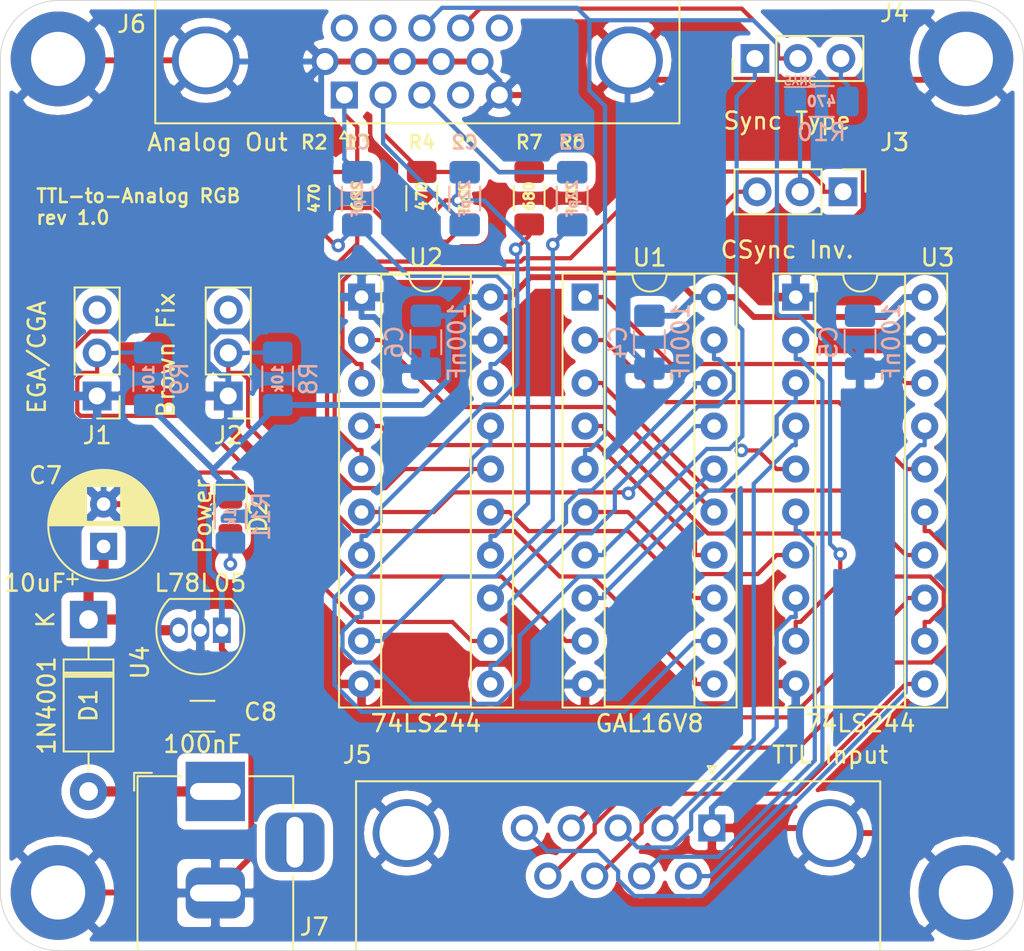
<source format=kicad_pcb>
(kicad_pcb (version 20171130) (host pcbnew 5.1.10-1.fc34)
  (layers (0 F.Cu signal hide) (31 B.Cu signal hide) (34 B.Paste user) (35 F.Paste user) (36 B.SilkS user) (37 F.SilkS user) (38 B.Mask user) (39 F.Mask user) (44 Edge.Cuts user))
  (net 0 "")
  (net 1 GND)
  (net 2 VCC)
  (net 3 /IN_VS)
  (net 4 /IN_HS)
  (net 5 /IN_B_I)
  (net 6 /IN_G_I)
  (net 7 /IN_B)
  (net 8 /IN_G)
  (net 9 /IN_R)
  (net 10 /IN_R_I)
  (net 11 "Net-(J3-Pad2)")
  (net 12 /ANALOG_CSYNC)
  (net 13 /ANALOG_R)
  (net 14 /ANALOG_B)
  (net 15 /ANALOG_G)
  (net 16 "Net-(D2-Pad2)")
  (net 17 /~OUT_CS)
  (net 18 /OUT_CS)
  (net 19 /OUT_R)
  (net 20 /OUT_R_I)
  (net 21 /OUT_G)
  (net 22 /OUT_G_I)
  (net 23 /OUT_B)
  (net 24 /OUT_B_I)
  (net 25 /DEC_G_I)
  (net 26 /~DEC_CS)
  (net 27 /DEC_G)
  (net 28 /DEC_CS)
  (net 29 /DEC_R_I)
  (net 30 /DEC_B_I)
  (net 31 /DEC_R)
  (net 32 /DEC_B)
  (net 33 "Net-(C7-Pad1)")
  (net 34 "Net-(D1-Pad2)")
  (net 35 /MODE)
  (net 36 /BRWN_FIX)
  (net 37 /SYNC_OUT)
  (net 38 /IN_VS_BUF)
  (net 39 /IN_HS_BUF)
  (net 40 /IN_B_BUF)
  (net 41 /IN_G_BUF)
  (net 42 /IN_R_BUF)
  (net 43 /IN_B_I_BUF)
  (net 44 /IN_R_I_BUF)
  (net 45 /IN_G_I_BUF)
  (module Connector_PinHeader_2.54mm:PinHeader_1x03_P2.54mm_Vertical (layer F.Cu) (at 151.765 53.467 90)
    (fp_text reference J4 (at 2.667 8.255 180) (layer F.SilkS))
    (fp_text value "Sync Type" (at -3.683 1.905 180) (layer F.SilkS))
    (pad 3 thru_hole oval (at 0 5.08 90) (size 1.7 1.7) (drill 1) (layers *.Cu *.Mask) (net 12 /ANALOG_CSYNC))
    (pad 2 thru_hole oval (at 0 2.54 90) (size 1.7 1.7) (drill 1) (layers *.Cu *.Mask) (net 37 /SYNC_OUT))
    (pad 1 thru_hole rect (at 0 0 90) (size 1.7 1.7) (drill 1) (layers *.Cu *.Mask) (net 38 /IN_VS_BUF))
  )
  (module Connector_PinHeader_2.54mm:PinHeader_1x03_P2.54mm_Vertical (layer F.Cu) (at 156.972 61.341 270)
    (fp_text reference J3 (at -2.921 -3.048 180) (layer F.SilkS))
    (fp_text value "CSync Inv." (at 3.429 3.302 180) (layer F.SilkS))
    (pad 3 thru_hole oval (at 0 5.08 270) (size 1.7 1.7) (drill 1) (layers *.Cu *.Mask) (net 17 /~OUT_CS))
    (pad 2 thru_hole oval (at 0 2.54 270) (size 1.7 1.7) (drill 1) (layers *.Cu *.Mask) (net 11 "Net-(J3-Pad2)"))
    (pad 1 thru_hole rect (at 0 0 270) (size 1.7 1.7) (drill 1) (layers *.Cu *.Mask) (net 18 /OUT_CS))
  )
  (module Connector_PinHeader_2.54mm:PinHeader_1x03_P2.54mm_Vertical (layer F.Cu) (at 120.65 73.406 180)
    (fp_text reference J2 (at 0 -2.33) (layer F.SilkS))
    (fp_text value "Brown Fix" (at 3.683 2.413 90) (layer F.SilkS))
    (pad 3 thru_hole oval (at 0 5.08 180) (size 1.7 1.7) (drill 1) (layers *.Cu *.Mask))
    (pad 2 thru_hole oval (at 0 2.54 180) (size 1.7 1.7) (drill 1) (layers *.Cu *.Mask) (net 36 /BRWN_FIX))
    (pad 1 thru_hole rect (at 0 0 180) (size 1.7 1.7) (drill 1) (layers *.Cu *.Mask) (net 1 GND))
  )
  (module Connector_PinHeader_2.54mm:PinHeader_1x03_P2.54mm_Vertical (layer F.Cu) (at 112.903 73.406 180)
    (fp_text reference J1 (at 0 -2.33) (layer F.SilkS))
    (fp_text value EGA/CGA (at 3.556 2.286 90) (layer F.SilkS))
    (pad 3 thru_hole oval (at 0 5.08 180) (size 1.7 1.7) (drill 1) (layers *.Cu *.Mask))
    (pad 2 thru_hole oval (at 0 2.54 180) (size 1.7 1.7) (drill 1) (layers *.Cu *.Mask) (net 35 /MODE))
    (pad 1 thru_hole rect (at 0 0 180) (size 1.7 1.7) (drill 1) (layers *.Cu *.Mask) (net 1 GND))
  )
  (module Resistor_SMD:R_1206_3216Metric_Pad1.30x1.75mm_HandSolder (layer B.Cu) (at 115.951 72.39 90)
    (fp_text reference R9 (at 0 1.82 90) (layer B.SilkS) (effects (justify mirror)))
    (fp_text value 10k (at 0 0 90) (layer B.SilkS) (effects (font (size 0.6 0.6)) (justify mirror)))
    (pad 2 smd roundrect (at 1.55 0 90) (size 1.3 1.75) (layers B.Cu B.Paste B.Mask) (roundrect_rratio 0.1923076923076923) (net 35 /MODE))
    (pad 1 smd roundrect (at -1.55 0 90) (size 1.3 1.75) (layers B.Cu B.Paste B.Mask) (roundrect_rratio 0.1923076923076923) (net 2 VCC))
  )
  (module Resistor_SMD:R_1206_3216Metric_Pad1.30x1.75mm_HandSolder (layer B.Cu) (at 123.571 72.39 90)
    (fp_text reference R8 (at 0 1.82 90) (layer B.SilkS) (effects (justify mirror)))
    (fp_text value 10k (at 0 0 90) (layer B.SilkS) (effects (font (size 0.6 0.6)) (justify mirror)))
    (pad 2 smd roundrect (at 1.55 0 90) (size 1.3 1.75) (layers B.Cu B.Paste B.Mask) (roundrect_rratio 0.1923076923076923) (net 36 /BRWN_FIX))
    (pad 1 smd roundrect (at -1.55 0 90) (size 1.3 1.75) (layers B.Cu B.Paste B.Mask) (roundrect_rratio 0.1923076923076923) (net 2 VCC))
  )
  (module Resistor_SMD:R_1206_3216Metric_Pad1.30x1.75mm_HandSolder (layer B.Cu) (at 120.777 80.518 90)
    (fp_text reference R11 (at 0 1.82 90) (layer B.SilkS) (effects (justify mirror)))
    (fp_text value 1k (at 0 0 90) (layer B.SilkS) (effects (font (size 0.6 0.6)) (justify mirror)))
    (pad 2 smd roundrect (at 1.55 0 90) (size 1.3 1.75) (layers B.Cu B.Paste B.Mask) (roundrect_rratio 0.1923076923076923) (net 2 VCC))
    (pad 1 smd roundrect (at -1.55 0 90) (size 1.3 1.75) (layers B.Cu B.Paste B.Mask) (roundrect_rratio 0.1923076923076923) (net 16 "Net-(D2-Pad2)"))
  )
  (module Resistor_SMD:R_1206_3216Metric_Pad1.30x1.75mm_HandSolder (layer F.Cu) (at 140.97 61.722 90)
    (fp_text reference R6 (at 3.302 0 180) (layer F.SilkS) (effects (font (size 0.8 0.8))))
    (fp_text value 470 (at 0 0 90) (layer F.SilkS) (effects (font (size 0.6 0.6))))
    (pad 2 smd roundrect (at 1.55 0 90) (size 1.3 1.75) (layers F.Cu F.Paste F.Mask) (roundrect_rratio 0.1923076923076923) (net 14 /ANALOG_B))
    (pad 1 smd roundrect (at -1.55 0 90) (size 1.3 1.75) (layers F.Cu F.Paste F.Mask) (roundrect_rratio 0.1923076923076923) (net 23 /OUT_B))
  )
  (module MountingHole:MountingHole_3.2mm_M3_DIN965_Pad (layer F.Cu) (at 164.232 53.491)
    (fp_text reference H4 hide)
    (fp_text value MountingHole_Pad)
    (pad 1 thru_hole circle (at 0 0) (size 5.6 5.6) (drill 3.2) (layers *.Cu *.Mask) (net 1 GND))
  )
  (module MountingHole:MountingHole_3.2mm_M3_DIN965_Pad (layer F.Cu) (at 110.596 53.491)
    (fp_text reference H3 hide)
    (fp_text value MountingHole_Pad)
    (pad 1 thru_hole circle (at 0 0) (size 5.6 5.6) (drill 3.2) (layers *.Cu *.Mask) (net 1 GND))
  )
  (module MountingHole:MountingHole_3.2mm_M3_DIN965_Pad (layer F.Cu) (at 164.232 102.743)
    (fp_text reference H2 hide)
    (fp_text value MountingHole_Pad)
    (pad 1 thru_hole circle (at 0 0) (size 5.6 5.6) (drill 3.2) (layers *.Cu *.Mask) (net 1 GND))
  )
  (module MountingHole:MountingHole_3.2mm_M3_DIN965_Pad (layer F.Cu) (at 110.596 102.743)
    (fp_text reference H1 hide)
    (fp_text value MountingHole_Pad)
    (pad 1 thru_hole circle (at 0 0) (size 5.6 5.6) (drill 3.2) (layers *.Cu *.Mask) (net 1 GND))
  )
  (module Capacitor_THT:CP_Radial_D6.3mm_P2.50mm (layer F.Cu) (at 113.284 82.296 90)
    (fp_text reference C7 (at 4.191 -3.429 180) (layer F.SilkS))
    (fp_text value 10uF (at -2.159 -4.064 180) (layer F.SilkS))
    (pad 2 thru_hole circle (at 2.5 0 90) (size 1.6 1.6) (drill 0.8) (layers *.Cu *.Mask) (net 1 GND))
    (pad 1 thru_hole rect (at 0 0 90) (size 1.6 1.6) (drill 0.8) (layers *.Cu *.Mask) (net 33 "Net-(C7-Pad1)"))
  )
  (module Package_TO_SOT_THT:TO-92_Inline (layer F.Cu) (at 120.269 87.249 180)
    (fp_text reference U4 (at 4.826 -1.905 90) (layer F.SilkS))
    (fp_text value L78L05 (at 1.27 2.79) (layer F.SilkS))
    (pad 1 thru_hole rect (at 0 0 180) (size 1.05 1.5) (drill 0.75) (layers *.Cu *.Mask) (net 2 VCC))
    (pad 3 thru_hole oval (at 2.54 0 180) (size 1.05 1.5) (drill 0.75) (layers *.Cu *.Mask) (net 33 "Net-(C7-Pad1)"))
    (pad 2 thru_hole oval (at 1.27 0 180) (size 1.05 1.5) (drill 0.75) (layers *.Cu *.Mask) (net 1 GND))
  )
  (module Package_DIP:DIP-20_W7.62mm_Socket (layer F.Cu) (at 154.178 67.564)
    (fp_text reference U3 (at 8.382 -2.33) (layer F.SilkS))
    (fp_text value 74LS244 (at 3.81 25.19) (layer F.SilkS))
    (pad 20 thru_hole oval (at 7.62 0) (size 1.6 1.6) (drill 0.8) (layers *.Cu *.Mask) (net 2 VCC))
    (pad 10 thru_hole oval (at 0 22.86) (size 1.6 1.6) (drill 0.8) (layers *.Cu *.Mask) (net 1 GND))
    (pad 19 thru_hole oval (at 7.62 2.54) (size 1.6 1.6) (drill 0.8) (layers *.Cu *.Mask) (net 1 GND))
    (pad 9 thru_hole oval (at 0 20.32) (size 1.6 1.6) (drill 0.8) (layers *.Cu *.Mask) (net 39 /IN_HS_BUF))
    (pad 18 thru_hole oval (at 7.62 5.08) (size 1.6 1.6) (drill 0.8) (layers *.Cu *.Mask) (net 45 /IN_G_I_BUF))
    (pad 8 thru_hole oval (at 0 17.78) (size 1.6 1.6) (drill 0.8) (layers *.Cu *.Mask) (net 9 /IN_R))
    (pad 17 thru_hole oval (at 7.62 7.62) (size 1.6 1.6) (drill 0.8) (layers *.Cu *.Mask) (net 7 /IN_B))
    (pad 7 thru_hole oval (at 0 15.24) (size 1.6 1.6) (drill 0.8) (layers *.Cu *.Mask) (net 41 /IN_G_BUF))
    (pad 16 thru_hole oval (at 7.62 10.16) (size 1.6 1.6) (drill 0.8) (layers *.Cu *.Mask) (net 44 /IN_R_I_BUF))
    (pad 6 thru_hole oval (at 0 12.7) (size 1.6 1.6) (drill 0.8) (layers *.Cu *.Mask) (net 5 /IN_B_I))
    (pad 15 thru_hole oval (at 7.62 12.7) (size 1.6 1.6) (drill 0.8) (layers *.Cu *.Mask) (net 3 /IN_VS))
    (pad 5 thru_hole oval (at 0 10.16) (size 1.6 1.6) (drill 0.8) (layers *.Cu *.Mask) (net 38 /IN_VS_BUF))
    (pad 14 thru_hole oval (at 7.62 15.24) (size 1.6 1.6) (drill 0.8) (layers *.Cu *.Mask) (net 43 /IN_B_I_BUF))
    (pad 4 thru_hole oval (at 0 7.62) (size 1.6 1.6) (drill 0.8) (layers *.Cu *.Mask) (net 10 /IN_R_I))
    (pad 13 thru_hole oval (at 7.62 17.78) (size 1.6 1.6) (drill 0.8) (layers *.Cu *.Mask) (net 8 /IN_G))
    (pad 3 thru_hole oval (at 0 5.08) (size 1.6 1.6) (drill 0.8) (layers *.Cu *.Mask) (net 40 /IN_B_BUF))
    (pad 12 thru_hole oval (at 7.62 20.32) (size 1.6 1.6) (drill 0.8) (layers *.Cu *.Mask) (net 42 /IN_R_BUF))
    (pad 2 thru_hole oval (at 0 2.54) (size 1.6 1.6) (drill 0.8) (layers *.Cu *.Mask) (net 6 /IN_G_I))
    (pad 11 thru_hole oval (at 7.62 22.86) (size 1.6 1.6) (drill 0.8) (layers *.Cu *.Mask) (net 4 /IN_HS))
    (pad 1 thru_hole rect (at 0 0) (size 1.6 1.6) (drill 0.8) (layers *.Cu *.Mask) (net 1 GND))
  )
  (module Package_DIP:DIP-20_W7.62mm_Socket (layer F.Cu) (at 128.524 67.564)
    (fp_text reference U2 (at 3.81 -2.33) (layer F.SilkS))
    (fp_text value 74LS244 (at 3.81 25.19) (layer F.SilkS))
    (pad 20 thru_hole oval (at 7.62 0) (size 1.6 1.6) (drill 0.8) (layers *.Cu *.Mask) (net 2 VCC))
    (pad 10 thru_hole oval (at 0 22.86) (size 1.6 1.6) (drill 0.8) (layers *.Cu *.Mask) (net 1 GND))
    (pad 19 thru_hole oval (at 7.62 2.54) (size 1.6 1.6) (drill 0.8) (layers *.Cu *.Mask) (net 1 GND))
    (pad 9 thru_hole oval (at 0 20.32) (size 1.6 1.6) (drill 0.8) (layers *.Cu *.Mask) (net 23 /OUT_B))
    (pad 18 thru_hole oval (at 7.62 5.08) (size 1.6 1.6) (drill 0.8) (layers *.Cu *.Mask) (net 19 /OUT_R))
    (pad 8 thru_hole oval (at 0 17.78) (size 1.6 1.6) (drill 0.8) (layers *.Cu *.Mask) (net 25 /DEC_G_I))
    (pad 17 thru_hole oval (at 7.62 7.62) (size 1.6 1.6) (drill 0.8) (layers *.Cu *.Mask) (net 26 /~DEC_CS))
    (pad 7 thru_hole oval (at 0 15.24) (size 1.6 1.6) (drill 0.8) (layers *.Cu *.Mask) (net 24 /OUT_B_I))
    (pad 16 thru_hole oval (at 7.62 10.16) (size 1.6 1.6) (drill 0.8) (layers *.Cu *.Mask) (net 20 /OUT_R_I))
    (pad 6 thru_hole oval (at 0 12.7) (size 1.6 1.6) (drill 0.8) (layers *.Cu *.Mask) (net 27 /DEC_G))
    (pad 15 thru_hole oval (at 7.62 12.7) (size 1.6 1.6) (drill 0.8) (layers *.Cu *.Mask) (net 28 /DEC_CS))
    (pad 5 thru_hole oval (at 0 10.16) (size 1.6 1.6) (drill 0.8) (layers *.Cu *.Mask) (net 18 /OUT_CS))
    (pad 14 thru_hole oval (at 7.62 15.24) (size 1.6 1.6) (drill 0.8) (layers *.Cu *.Mask) (net 21 /OUT_G))
    (pad 4 thru_hole oval (at 0 7.62) (size 1.6 1.6) (drill 0.8) (layers *.Cu *.Mask) (net 29 /DEC_R_I))
    (pad 13 thru_hole oval (at 7.62 17.78) (size 1.6 1.6) (drill 0.8) (layers *.Cu *.Mask) (net 30 /DEC_B_I))
    (pad 3 thru_hole oval (at 0 5.08) (size 1.6 1.6) (drill 0.8) (layers *.Cu *.Mask) (net 17 /~OUT_CS))
    (pad 12 thru_hole oval (at 7.62 20.32) (size 1.6 1.6) (drill 0.8) (layers *.Cu *.Mask) (net 22 /OUT_G_I))
    (pad 2 thru_hole oval (at 0 2.54) (size 1.6 1.6) (drill 0.8) (layers *.Cu *.Mask) (net 31 /DEC_R))
    (pad 11 thru_hole oval (at 7.62 22.86) (size 1.6 1.6) (drill 0.8) (layers *.Cu *.Mask) (net 32 /DEC_B))
    (pad 1 thru_hole rect (at 0 0) (size 1.6 1.6) (drill 0.8) (layers *.Cu *.Mask) (net 1 GND))
  )
  (module Package_DIP:DIP-20_W7.62mm_Socket (layer F.Cu) (at 141.732 67.564)
    (fp_text reference U1 (at 3.81 -2.33) (layer F.SilkS))
    (fp_text value GAL16V8 (at 3.81 25.19) (layer F.SilkS))
    (pad 20 thru_hole oval (at 7.62 0) (size 1.6 1.6) (drill 0.8) (layers *.Cu *.Mask) (net 2 VCC))
    (pad 10 thru_hole oval (at 0 22.86) (size 1.6 1.6) (drill 0.8) (layers *.Cu *.Mask) (net 1 GND))
    (pad 19 thru_hole oval (at 7.62 2.54) (size 1.6 1.6) (drill 0.8) (layers *.Cu *.Mask) (net 32 /DEC_B))
    (pad 9 thru_hole oval (at 0 20.32) (size 1.6 1.6) (drill 0.8) (layers *.Cu *.Mask) (net 35 /MODE))
    (pad 18 thru_hole oval (at 7.62 5.08) (size 1.6 1.6) (drill 0.8) (layers *.Cu *.Mask) (net 30 /DEC_B_I))
    (pad 8 thru_hole oval (at 0 17.78) (size 1.6 1.6) (drill 0.8) (layers *.Cu *.Mask) (net 40 /IN_B_BUF))
    (pad 17 thru_hole oval (at 7.62 7.62) (size 1.6 1.6) (drill 0.8) (layers *.Cu *.Mask) (net 27 /DEC_G))
    (pad 7 thru_hole oval (at 0 15.24) (size 1.6 1.6) (drill 0.8) (layers *.Cu *.Mask) (net 38 /IN_VS_BUF))
    (pad 16 thru_hole oval (at 7.62 10.16) (size 1.6 1.6) (drill 0.8) (layers *.Cu *.Mask) (net 25 /DEC_G_I))
    (pad 6 thru_hole oval (at 0 12.7) (size 1.6 1.6) (drill 0.8) (layers *.Cu *.Mask) (net 41 /IN_G_BUF))
    (pad 15 thru_hole oval (at 7.62 12.7) (size 1.6 1.6) (drill 0.8) (layers *.Cu *.Mask) (net 31 /DEC_R))
    (pad 5 thru_hole oval (at 0 10.16) (size 1.6 1.6) (drill 0.8) (layers *.Cu *.Mask) (net 39 /IN_HS_BUF))
    (pad 14 thru_hole oval (at 7.62 15.24) (size 1.6 1.6) (drill 0.8) (layers *.Cu *.Mask) (net 29 /DEC_R_I))
    (pad 4 thru_hole oval (at 0 7.62) (size 1.6 1.6) (drill 0.8) (layers *.Cu *.Mask) (net 42 /IN_R_BUF))
    (pad 13 thru_hole oval (at 7.62 17.78) (size 1.6 1.6) (drill 0.8) (layers *.Cu *.Mask) (net 28 /DEC_CS))
    (pad 3 thru_hole oval (at 0 5.08) (size 1.6 1.6) (drill 0.8) (layers *.Cu *.Mask) (net 43 /IN_B_I_BUF))
    (pad 12 thru_hole oval (at 7.62 20.32) (size 1.6 1.6) (drill 0.8) (layers *.Cu *.Mask) (net 26 /~DEC_CS))
    (pad 2 thru_hole oval (at 0 2.54) (size 1.6 1.6) (drill 0.8) (layers *.Cu *.Mask) (net 44 /IN_R_I_BUF))
    (pad 11 thru_hole oval (at 7.62 22.86) (size 1.6 1.6) (drill 0.8) (layers *.Cu *.Mask) (net 36 /BRWN_FIX))
    (pad 1 thru_hole rect (at 0 0) (size 1.6 1.6) (drill 0.8) (layers *.Cu *.Mask) (net 45 /IN_G_I_BUF))
  )
  (module Resistor_SMD:R_1206_3216Metric_Pad1.30x1.75mm_HandSolder (layer B.Cu) (at 155.702 56.007)
    (fp_text reference R10 (at 0 1.82) (layer B.SilkS) (effects (justify mirror)))
    (fp_text value 470 (at 0 0) (layer B.SilkS) (effects (font (size 0.6 0.6)) (justify mirror)))
    (pad 2 smd roundrect (at 1.55 0) (size 1.3 1.75) (layers B.Cu B.Paste B.Mask) (roundrect_rratio 0.1923076923076923) (net 12 /ANALOG_CSYNC))
    (pad 1 smd roundrect (at -1.55 0) (size 1.3 1.75) (layers B.Cu B.Paste B.Mask) (roundrect_rratio 0.1923076923076923) (net 11 "Net-(J3-Pad2)"))
  )
  (module Resistor_SMD:R_1206_3216Metric_Pad1.30x1.75mm_HandSolder (layer F.Cu) (at 138.43 61.722 90)
    (fp_text reference R7 (at 3.302 0 180) (layer F.SilkS) (effects (font (size 0.8 0.8))))
    (fp_text value 680 (at 0.127 0 90) (layer F.SilkS) (effects (font (size 0.6 0.6))))
    (pad 2 smd roundrect (at 1.55 0 90) (size 1.3 1.75) (layers F.Cu F.Paste F.Mask) (roundrect_rratio 0.1923076923076923) (net 14 /ANALOG_B))
    (pad 1 smd roundrect (at -1.55 0 90) (size 1.3 1.75) (layers F.Cu F.Paste F.Mask) (roundrect_rratio 0.1923076923076923) (net 24 /OUT_B_I))
  )
  (module Resistor_SMD:R_1206_3216Metric_Pad1.30x1.75mm_HandSolder (layer F.Cu) (at 134.62 61.722 90)
    (fp_text reference R5 (at 3.302 0 180) (layer F.SilkS) (effects (font (size 0.8 0.8))))
    (fp_text value 680 (at 0 0 90) (layer F.SilkS) (effects (font (size 0.6 0.6))))
    (pad 2 smd roundrect (at 1.55 0 90) (size 1.3 1.75) (layers F.Cu F.Paste F.Mask) (roundrect_rratio 0.1923076923076923) (net 15 /ANALOG_G))
    (pad 1 smd roundrect (at -1.55 0 90) (size 1.3 1.75) (layers F.Cu F.Paste F.Mask) (roundrect_rratio 0.1923076923076923) (net 22 /OUT_G_I))
  )
  (module Resistor_SMD:R_1206_3216Metric_Pad1.30x1.75mm_HandSolder (layer F.Cu) (at 132.08 61.722 90)
    (fp_text reference R4 (at 3.302 0 180) (layer F.SilkS) (effects (font (size 0.8 0.8))))
    (fp_text value 470 (at 0.127 0 90) (layer F.SilkS) (effects (font (size 0.6 0.6))))
    (pad 2 smd roundrect (at 1.55 0 90) (size 1.3 1.75) (layers F.Cu F.Paste F.Mask) (roundrect_rratio 0.1923076923076923) (net 15 /ANALOG_G))
    (pad 1 smd roundrect (at -1.55 0 90) (size 1.3 1.75) (layers F.Cu F.Paste F.Mask) (roundrect_rratio 0.1923076923076923) (net 21 /OUT_G))
  )
  (module Resistor_SMD:R_1206_3216Metric_Pad1.30x1.75mm_HandSolder (layer F.Cu) (at 128.27 61.722 90)
    (fp_text reference R3 (at 3.302 0 180) (layer F.SilkS) (effects (font (size 0.8 0.8))))
    (fp_text value 680 (at 0.127 0 90) (layer F.SilkS) (effects (font (size 0.6 0.6))))
    (pad 2 smd roundrect (at 1.55 0 90) (size 1.3 1.75) (layers F.Cu F.Paste F.Mask) (roundrect_rratio 0.1923076923076923) (net 13 /ANALOG_R))
    (pad 1 smd roundrect (at -1.55 0 90) (size 1.3 1.75) (layers F.Cu F.Paste F.Mask) (roundrect_rratio 0.1923076923076923) (net 20 /OUT_R_I))
  )
  (module Resistor_SMD:R_1206_3216Metric_Pad1.30x1.75mm_HandSolder (layer F.Cu) (at 125.73 61.722 90)
    (fp_text reference R2 (at 3.302 0 180) (layer F.SilkS) (effects (font (size 0.8 0.8))))
    (fp_text value 470 (at 0 0 90) (layer F.SilkS) (effects (font (size 0.6 0.6))))
    (pad 2 smd roundrect (at 1.55 0 90) (size 1.3 1.75) (layers F.Cu F.Paste F.Mask) (roundrect_rratio 0.1923076923076923) (net 13 /ANALOG_R))
    (pad 1 smd roundrect (at -1.55 0 90) (size 1.3 1.75) (layers F.Cu F.Paste F.Mask) (roundrect_rratio 0.1923076923076923) (net 19 /OUT_R))
  )
  (module Connector_BarrelJack:BarrelJack_Horizontal (layer F.Cu) (at 119.888 96.774 90)
    (fp_text reference J7 (at -8.001 5.842 180) (layer F.SilkS))
    (fp_text value Barrel_Jack)
    (pad 3 thru_hole roundrect (at -3 4.7 90) (size 3.5 3.5) (drill oval 3 1) (layers *.Cu *.Mask))
    (pad 2 thru_hole roundrect (at -6 0 90) (size 3 3.5) (drill oval 1 3) (layers *.Cu *.Mask) (net 1 GND))
    (pad 1 thru_hole rect (at 0 0 90) (size 3.5 3.5) (drill oval 1 3) (layers *.Cu *.Mask) (net 34 "Net-(D1-Pad2)"))
  )
  (module Connector_Dsub:DSUB-15-HD_Female_Horizontal_P2.29x1.98mm_EdgePinOffset3.03mm_Housed_MountingHolesOffset4.94mm (layer F.Cu) (at 127.508 55.626 180)
    (fp_text reference J6 (at 12.573 4.191) (layer F.SilkS))
    (fp_text value "Analog Out" (at 7.493 -2.794) (layer F.SilkS))
    (pad 0 thru_hole circle (at 8.185 2.05 180) (size 4 4) (drill 3.2) (layers *.Cu *.Mask) (net 1 GND))
    (pad 0 thru_hole circle (at -16.815 2.05 180) (size 4 4) (drill 3.2) (layers *.Cu *.Mask) (net 1 GND))
    (pad 15 thru_hole circle (at -9.16 3.96 180) (size 1.6 1.6) (drill 1) (layers *.Cu *.Mask))
    (pad 14 thru_hole circle (at -6.87 3.96 180) (size 1.6 1.6) (drill 1) (layers *.Cu *.Mask) (net 37 /SYNC_OUT))
    (pad 13 thru_hole circle (at -4.58 3.96 180) (size 1.6 1.6) (drill 1) (layers *.Cu *.Mask) (net 39 /IN_HS_BUF))
    (pad 12 thru_hole circle (at -2.29 3.96 180) (size 1.6 1.6) (drill 1) (layers *.Cu *.Mask))
    (pad 11 thru_hole circle (at 0 3.96 180) (size 1.6 1.6) (drill 1) (layers *.Cu *.Mask))
    (pad 10 thru_hole circle (at -8.015 1.98 180) (size 1.6 1.6) (drill 1) (layers *.Cu *.Mask) (net 1 GND))
    (pad 9 thru_hole circle (at -5.725 1.98 180) (size 1.6 1.6) (drill 1) (layers *.Cu *.Mask) (net 1 GND))
    (pad 8 thru_hole circle (at -3.435 1.98 180) (size 1.6 1.6) (drill 1) (layers *.Cu *.Mask) (net 1 GND))
    (pad 7 thru_hole circle (at -1.145 1.98 180) (size 1.6 1.6) (drill 1) (layers *.Cu *.Mask) (net 1 GND))
    (pad 6 thru_hole circle (at 1.145 1.98 180) (size 1.6 1.6) (drill 1) (layers *.Cu *.Mask) (net 1 GND))
    (pad 5 thru_hole circle (at -9.16 0 180) (size 1.6 1.6) (drill 1) (layers *.Cu *.Mask) (net 1 GND))
    (pad 4 thru_hole circle (at -6.87 0 180) (size 1.6 1.6) (drill 1) (layers *.Cu *.Mask))
    (pad 3 thru_hole circle (at -4.58 0 180) (size 1.6 1.6) (drill 1) (layers *.Cu *.Mask) (net 14 /ANALOG_B))
    (pad 2 thru_hole circle (at -2.29 0 180) (size 1.6 1.6) (drill 1) (layers *.Cu *.Mask) (net 15 /ANALOG_G))
    (pad 1 thru_hole rect (at 0 0 180) (size 1.6 1.6) (drill 1) (layers *.Cu *.Mask) (net 13 /ANALOG_R))
  )
  (module Connector_Dsub:DSUB-9_Female_Horizontal_P2.77x2.84mm_EdgePinOffset4.94mm_Housed_MountingHolesOffset7.48mm (layer F.Cu) (at 149.225 98.933)
    (fp_text reference J5 (at -20.955 -4.318) (layer F.SilkS))
    (fp_text value "TTL Input" (at 6.985 -4.318) (layer F.SilkS))
    (pad 0 thru_hole circle (at 6.96 0.3) (size 4 4) (drill 3.2) (layers *.Cu *.Mask) (net 1 GND))
    (pad 0 thru_hole circle (at -18.04 0.3) (size 4 4) (drill 3.2) (layers *.Cu *.Mask) (net 1 GND))
    (pad 9 thru_hole circle (at -9.695 2.84) (size 1.6 1.6) (drill 1) (layers *.Cu *.Mask) (net 3 /IN_VS))
    (pad 8 thru_hole circle (at -6.925 2.84) (size 1.6 1.6) (drill 1) (layers *.Cu *.Mask) (net 4 /IN_HS))
    (pad 7 thru_hole circle (at -4.155 2.84) (size 1.6 1.6) (drill 1) (layers *.Cu *.Mask) (net 5 /IN_B_I))
    (pad 6 thru_hole circle (at -1.385 2.84) (size 1.6 1.6) (drill 1) (layers *.Cu *.Mask) (net 6 /IN_G_I))
    (pad 5 thru_hole circle (at -11.08 0) (size 1.6 1.6) (drill 1) (layers *.Cu *.Mask) (net 7 /IN_B))
    (pad 4 thru_hole circle (at -8.31 0) (size 1.6 1.6) (drill 1) (layers *.Cu *.Mask) (net 8 /IN_G))
    (pad 3 thru_hole circle (at -5.54 0) (size 1.6 1.6) (drill 1) (layers *.Cu *.Mask) (net 9 /IN_R))
    (pad 2 thru_hole circle (at -2.77 0) (size 1.6 1.6) (drill 1) (layers *.Cu *.Mask) (net 10 /IN_R_I))
    (pad 1 thru_hole rect (at 0 0) (size 1.6 1.6) (drill 1) (layers *.Cu *.Mask) (net 1 GND))
  )
  (module LED_SMD:LED_0805_2012Metric_Pad1.15x1.40mm_HandSolder (layer F.Cu) (at 120.777 80.518 270)
    (fp_text reference D2 (at 0 -1.65 90) (layer F.SilkS))
    (fp_text value Power (at 0 1.65 90) (layer F.SilkS))
    (pad 2 smd roundrect (at 1.025 0 270) (size 1.15 1.4) (layers F.Cu F.Paste F.Mask) (roundrect_rratio 0.2173904347826087) (net 16 "Net-(D2-Pad2)"))
    (pad 1 smd roundrect (at -1.025 0 270) (size 1.15 1.4) (layers F.Cu F.Paste F.Mask) (roundrect_rratio 0.2173904347826087) (net 1 GND))
  )
  (module Capacitor_SMD:C_1206_3216Metric_Pad1.33x1.80mm_HandSolder (layer F.Cu) (at 119.126 92.329 180)
    (fp_text reference C8 (at -3.429 0.254) (layer F.SilkS))
    (fp_text value 100nF (at 0 -1.651) (layer F.SilkS))
    (pad 2 smd roundrect (at 1.5625 0 180) (size 1.325 1.8) (layers F.Cu F.Paste F.Mask) (roundrect_rratio 0.1886784905660377) (net 1 GND))
    (pad 1 smd roundrect (at -1.5625 0 180) (size 1.325 1.8) (layers F.Cu F.Paste F.Mask) (roundrect_rratio 0.1886784905660377) (net 2 VCC))
  )
  (module Capacitor_SMD:C_1206_3216Metric_Pad1.33x1.80mm_HandSolder (layer B.Cu) (at 132.324 70.231 270)
    (fp_text reference C6 (at 0 1.85 90) (layer B.SilkS) (effects (justify mirror)))
    (fp_text value 100nF (at 0 -1.85 90) (layer B.SilkS) (effects (justify mirror)))
    (pad 2 smd roundrect (at 1.5625 0 270) (size 1.325 1.8) (layers B.Cu B.Paste B.Mask) (roundrect_rratio 0.1886784905660377) (net 1 GND))
    (pad 1 smd roundrect (at -1.5625 0 270) (size 1.325 1.8) (layers B.Cu B.Paste B.Mask) (roundrect_rratio 0.1886784905660377) (net 2 VCC))
  )
  (module Capacitor_SMD:C_1206_3216Metric_Pad1.33x1.80mm_HandSolder (layer B.Cu) (at 157.978 70.231 270)
    (fp_text reference C5 (at 0 1.85 90) (layer B.SilkS) (effects (justify mirror)))
    (fp_text value 100nF (at 0 -1.85 90) (layer B.SilkS) (effects (justify mirror)))
    (pad 2 smd roundrect (at 1.5625 0 270) (size 1.325 1.8) (layers B.Cu B.Paste B.Mask) (roundrect_rratio 0.1886784905660377) (net 1 GND))
    (pad 1 smd roundrect (at -1.5625 0 270) (size 1.325 1.8) (layers B.Cu B.Paste B.Mask) (roundrect_rratio 0.1886784905660377) (net 2 VCC))
  )
  (module Capacitor_SMD:C_1206_3216Metric_Pad1.33x1.80mm_HandSolder (layer B.Cu) (at 145.532 70.231 270)
    (fp_text reference C4 (at 0 1.85 90) (layer B.SilkS) (effects (justify mirror)))
    (fp_text value 100nF (at 0 -1.85 90) (layer B.SilkS) (effects (justify mirror)))
    (pad 2 smd roundrect (at 1.5625 0 270) (size 1.325 1.8) (layers B.Cu B.Paste B.Mask) (roundrect_rratio 0.1886784905660377) (net 1 GND))
    (pad 1 smd roundrect (at -1.5625 0 270) (size 1.325 1.8) (layers B.Cu B.Paste B.Mask) (roundrect_rratio 0.1886784905660377) (net 2 VCC))
  )
  (module Capacitor_SMD:C_1206_3216Metric_Pad1.33x1.80mm_HandSolder (layer B.Cu) (at 140.97 61.752 90)
    (fp_text reference C3 (at 3.332 0 180) (layer B.SilkS) (effects (font (size 0.8 0.8)) (justify mirror)))
    (fp_text value 22pF (at 0 0 90) (layer B.SilkS) (effects (font (size 0.6 0.6)) (justify mirror)))
    (pad 2 smd roundrect (at 1.5625 0 90) (size 1.325 1.8) (layers B.Cu B.Paste B.Mask) (roundrect_rratio 0.1886784905660377) (net 14 /ANALOG_B))
    (pad 1 smd roundrect (at -1.5625 0 90) (size 1.325 1.8) (layers B.Cu B.Paste B.Mask) (roundrect_rratio 0.1886784905660377) (net 23 /OUT_B))
  )
  (module Capacitor_SMD:C_1206_3216Metric_Pad1.33x1.80mm_HandSolder (layer B.Cu) (at 134.62 61.752 270)
    (fp_text reference C2 (at -3.332 0) (layer B.SilkS) (effects (font (size 0.8 0.8)) (justify mirror)))
    (fp_text value 22pF (at 0 0 270) (layer B.SilkS) (effects (font (size 0.6 0.6)) (justify mirror)))
    (pad 2 smd roundrect (at 1.5625 0 270) (size 1.325 1.8) (layers B.Cu B.Paste B.Mask) (roundrect_rratio 0.1886784905660377) (net 15 /ANALOG_G))
    (pad 1 smd roundrect (at -1.5625 0 270) (size 1.325 1.8) (layers B.Cu B.Paste B.Mask) (roundrect_rratio 0.1886784905660377) (net 21 /OUT_G))
  )
  (module Capacitor_SMD:C_1206_3216Metric_Pad1.33x1.80mm_HandSolder (layer B.Cu) (at 128.27 61.752 90)
    (fp_text reference C1 (at 3.332 0) (layer B.SilkS) (effects (font (size 0.8 0.8)) (justify mirror)))
    (fp_text value 22pF (at 0 0 270) (layer B.SilkS) (effects (font (size 0.6 0.6)) (justify mirror)))
    (pad 2 smd roundrect (at 1.5625 0 90) (size 1.325 1.8) (layers B.Cu B.Paste B.Mask) (roundrect_rratio 0.1886784905660377) (net 13 /ANALOG_R))
    (pad 1 smd roundrect (at -1.5625 0 90) (size 1.325 1.8) (layers B.Cu B.Paste B.Mask) (roundrect_rratio 0.1886784905660377) (net 19 /OUT_R))
  )
  (module Diode_THT:D_DO-41_SOD81_P10.16mm_Horizontal (layer F.Cu) (at 112.395 86.614 270)
    (fp_text reference D1 (at 5.08 0 90) (layer F.SilkS))
    (fp_text value 1N4001 (at 5.08 2.47 90) (layer F.SilkS))
    (fp_text user K (at 0 2.54 90) (layer F.SilkS))
    (pad 2 thru_hole oval (at 10.16 0 270) (size 2.2 2.2) (drill 1.1) (layers *.Cu *.Mask) (net 34 "Net-(D1-Pad2)"))
    (pad 1 thru_hole rect (at 0 0 270) (size 2.2 2.2) (drill 1.1) (layers *.Cu *.Mask) (net 33 "Net-(C7-Pad1)"))
  )
  (gr_text "TTL-to-Analog RGB\nrev 1.0" (at 109.22 62.23) (layer F.SilkS) (effects (font (size 0.8 0.8)) (justify left)))
  (gr_line (start 107.188 102.743) (end 107.188 53.467) (layer Edge.Cuts) (width 0.05))
  (gr_arc (start 110.617 102.743) (end 107.188 102.743) (angle -90) (layer Edge.Cuts) (width 0.05))
  (gr_line (start 164.337999 106.171999) (end 110.617 106.172) (layer Edge.Cuts) (width 0.05))
  (gr_line (start 164.211001 50.03565) (end 110.617 50.038) (layer Edge.Cuts) (width 0.05))
  (gr_line (start 167.639999 102.616001) (end 167.639999 53.340001) (layer Edge.Cuts) (width 0.05))
  (gr_arc (start 164.211 102.743) (end 164.337999 106.171999) (angle -90) (layer Edge.Cuts) (width 0.05))
  (gr_arc (start 164.211 53.467) (end 167.639999 53.340001) (angle -87.8789036) (layer Edge.Cuts) (width 0.05))
  (gr_arc (start 110.617 53.467) (end 110.617 50.038) (angle -90) (layer Edge.Cuts) (width 0.05))
  (gr_text ~SYNC (at 154.432 54.737 180) (layer B.SilkS) (effects (font (size 0.5 0.5) (thickness 0.1)) (justify mirror)))
  (segment (start 149.225 98.933) (end 155.885 98.933) (width 0.35) (layer F.Cu) (net 1))
  (segment (start 155.885 98.933) (end 156.185 99.233) (width 0.35) (layer F.Cu) (net 1))
  (segment (start 145.532 71.7935) (end 144.24 70.5015) (width 0.35) (layer B.Cu) (net 1))
  (segment (start 144.24 70.5015) (end 144.24 53.659) (width 0.35) (layer B.Cu) (net 1))
  (segment (start 144.24 53.659) (end 144.323 53.576) (width 0.35) (layer B.Cu) (net 1))
  (segment (start 126.1379 66.3532) (end 127.3487 67.564) (width 0.35) (layer B.Cu) (net 1))
  (segment (start 126.1379 53.646) (end 126.1379 66.3532) (width 0.35) (layer B.Cu) (net 1))
  (segment (start 126.1379 66.3532) (end 122.8951 69.596) (width 0.35) (layer B.Cu) (net 1))
  (segment (start 122.8951 69.596) (end 120.1275 69.596) (width 0.35) (layer B.Cu) (net 1))
  (segment (start 120.1275 69.596) (end 119.4247 70.2988) (width 0.35) (layer B.Cu) (net 1))
  (segment (start 119.4247 70.2988) (end 119.4247 71.415) (width 0.35) (layer B.Cu) (net 1))
  (segment (start 119.4247 71.415) (end 120.1904 72.1807) (width 0.35) (layer B.Cu) (net 1))
  (segment (start 120.1904 72.1807) (end 120.65 72.1807) (width 0.35) (layer B.Cu) (net 1))
  (segment (start 120.65 73.406) (end 120.65 72.1807) (width 0.35) (layer B.Cu) (net 1))
  (segment (start 126.1379 53.646) (end 119.393 53.646) (width 0.35) (layer B.Cu) (net 1))
  (segment (start 119.393 53.646) (end 119.323 53.576) (width 0.35) (layer B.Cu) (net 1))
  (segment (start 126.363 53.646) (end 126.1379 53.646) (width 0.35) (layer B.Cu) (net 1))
  (segment (start 128.524 67.564) (end 127.3487 67.564) (width 0.35) (layer B.Cu) (net 1))
  (segment (start 154.178 90.424) (end 153.0027 90.424) (width 0.35) (layer F.Cu) (net 1))
  (segment (start 141.732 90.424) (end 142.9073 90.424) (width 0.35) (layer F.Cu) (net 1))
  (segment (start 142.9073 90.424) (end 144.1015 91.6182) (width 0.35) (layer F.Cu) (net 1))
  (segment (start 144.1015 91.6182) (end 151.8085 91.6182) (width 0.35) (layer F.Cu) (net 1))
  (segment (start 151.8085 91.6182) (end 153.0027 90.424) (width 0.35) (layer F.Cu) (net 1))
  (segment (start 141.1444 90.424) (end 141.732 90.424) (width 0.35) (layer F.Cu) (net 1))
  (segment (start 141.1444 90.424) (end 140.5567 90.424) (width 0.35) (layer F.Cu) (net 1))
  (segment (start 144.323 53.576) (end 142.273 55.626) (width 0.35) (layer F.Cu) (net 1))
  (segment (start 142.273 55.626) (end 136.668 55.626) (width 0.35) (layer F.Cu) (net 1))
  (segment (start 158.2021 54.7259) (end 145.4729 54.7259) (width 0.35) (layer F.Cu) (net 1))
  (segment (start 145.4729 54.7259) (end 144.323 53.576) (width 0.35) (layer F.Cu) (net 1))
  (segment (start 112.903 73.406) (end 112.903 74.6313) (width 0.35) (layer B.Cu) (net 1))
  (segment (start 112.903 74.6313) (end 113.284 75.0123) (width 0.35) (layer B.Cu) (net 1))
  (segment (start 113.284 75.0123) (end 113.284 79.796) (width 0.35) (layer B.Cu) (net 1))
  (segment (start 124.8624 92.9103) (end 127.3487 90.424) (width 0.35) (layer F.Cu) (net 1))
  (segment (start 122.0134 94.3216) (end 123.4511 94.3216) (width 0.35) (layer F.Cu) (net 1))
  (segment (start 123.4511 94.3216) (end 124.8624 92.9103) (width 0.35) (layer F.Cu) (net 1))
  (segment (start 124.8624 92.9103) (end 131.185 99.233) (width 0.35) (layer F.Cu) (net 1))
  (segment (start 118.1123 91.7802) (end 120.6537 94.3216) (width 0.35) (layer F.Cu) (net 1))
  (segment (start 120.6537 94.3216) (end 122.0134 94.3216) (width 0.35) (layer F.Cu) (net 1))
  (segment (start 122.0134 94.3216) (end 122.0134 100.6176) (width 0.35) (layer F.Cu) (net 1))
  (segment (start 122.0134 100.6176) (end 119.888 102.743) (width 0.35) (layer F.Cu) (net 1))
  (segment (start 128.524 90.424) (end 127.3487 90.424) (width 0.35) (layer F.Cu) (net 1))
  (segment (start 118.1123 91.7802) (end 117.5635 92.329) (width 0.35) (layer F.Cu) (net 1))
  (segment (start 118.999 87.249) (end 118.999 90.8935) (width 0.35) (layer F.Cu) (net 1))
  (segment (start 118.999 90.8935) (end 118.1123 91.7802) (width 0.35) (layer F.Cu) (net 1))
  (segment (start 118.999 79.796) (end 118.999 87.249) (width 0.35) (layer F.Cu) (net 1))
  (segment (start 128.524 68.7393) (end 129.2698 68.7393) (width 0.35) (layer B.Cu) (net 1))
  (segment (start 129.2698 68.7393) (end 132.324 71.7935) (width 0.35) (layer B.Cu) (net 1))
  (segment (start 128.524 67.564) (end 128.524 68.7393) (width 0.35) (layer B.Cu) (net 1))
  (segment (start 161.798 70.104) (end 160.6227 70.104) (width 0.35) (layer B.Cu) (net 1))
  (segment (start 154.178 67.564) (end 155.3533 67.564) (width 0.35) (layer B.Cu) (net 1))
  (segment (start 158.1079 71.4939) (end 158.1079 71.6636) (width 0.35) (layer B.Cu) (net 1))
  (segment (start 158.1079 71.6636) (end 157.978 71.7935) (width 0.35) (layer B.Cu) (net 1))
  (segment (start 155.3533 67.564) (end 155.3533 68.7393) (width 0.35) (layer B.Cu) (net 1))
  (segment (start 155.3533 68.7393) (end 158.1079 71.4939) (width 0.35) (layer B.Cu) (net 1))
  (segment (start 158.1079 71.4939) (end 159.2328 71.4939) (width 0.35) (layer B.Cu) (net 1))
  (segment (start 159.2328 71.4939) (end 160.6227 70.104) (width 0.35) (layer B.Cu) (net 1))
  (segment (start 119.888 102.743) (end 119.888 102.774) (width 0.35) (layer F.Cu) (net 1))
  (segment (start 119.888 102.743) (end 110.596 102.743) (width 0.35) (layer F.Cu) (net 1))
  (segment (start 120.777 79.493) (end 119.302 79.493) (width 0.35) (layer F.Cu) (net 1))
  (segment (start 119.302 79.493) (end 118.999 79.796) (width 0.35) (layer F.Cu) (net 1))
  (segment (start 118.999 79.796) (end 113.284 79.796) (width 0.35) (layer F.Cu) (net 1))
  (segment (start 164.232 53.491) (end 162.9971 54.7259) (width 0.35) (layer F.Cu) (net 1))
  (segment (start 162.9971 54.7259) (end 158.2021 54.7259) (width 0.35) (layer F.Cu) (net 1))
  (segment (start 158.2021 54.7259) (end 158.2021 62.3646) (width 0.35) (layer F.Cu) (net 1))
  (segment (start 158.2021 62.3646) (end 154.178 66.3887) (width 0.35) (layer F.Cu) (net 1))
  (segment (start 154.178 67.564) (end 154.178 66.3887) (width 0.35) (layer F.Cu) (net 1))
  (segment (start 149.225 98.933) (end 149.225 97.7577) (width 0.35) (layer B.Cu) (net 1))
  (segment (start 154.178 90.424) (end 154.178 92.8047) (width 0.35) (layer B.Cu) (net 1))
  (segment (start 154.178 92.8047) (end 149.225 97.7577) (width 0.35) (layer B.Cu) (net 1))
  (segment (start 128.524 90.424) (end 129.6993 90.424) (width 0.35) (layer F.Cu) (net 1))
  (segment (start 129.6993 90.424) (end 130.8899 89.2334) (width 0.35) (layer F.Cu) (net 1))
  (segment (start 130.8899 89.2334) (end 139.3661 89.2334) (width 0.35) (layer F.Cu) (net 1))
  (segment (start 139.3661 89.2334) (end 140.5567 90.424) (width 0.35) (layer F.Cu) (net 1))
  (segment (start 128.524 67.564) (end 129.6993 67.564) (width 0.35) (layer F.Cu) (net 1))
  (segment (start 129.6993 67.564) (end 132.2393 70.104) (width 0.35) (layer F.Cu) (net 1))
  (segment (start 132.2393 70.104) (end 136.144 70.104) (width 0.35) (layer F.Cu) (net 1))
  (segment (start 119.323 53.576) (end 110.681 53.576) (width 0.35) (layer F.Cu) (net 1))
  (segment (start 110.681 53.576) (end 110.596 53.491) (width 0.35) (layer F.Cu) (net 1))
  (segment (start 128.653 53.646) (end 126.363 53.646) (width 0.35) (layer F.Cu) (net 1))
  (segment (start 133.233 53.646) (end 135.523 53.646) (width 0.35) (layer F.Cu) (net 1))
  (segment (start 130.943 53.646) (end 133.233 53.646) (width 0.35) (layer F.Cu) (net 1))
  (segment (start 128.653 53.646) (end 130.943 53.646) (width 0.35) (layer F.Cu) (net 1))
  (segment (start 136.668 55.626) (end 136.668 54.791) (width 0.35) (layer B.Cu) (net 1))
  (segment (start 136.668 54.791) (end 135.523 53.646) (width 0.35) (layer B.Cu) (net 1))
  (segment (start 156.185 99.233) (end 160.722 99.233) (width 0.35) (layer F.Cu) (net 1))
  (segment (start 160.722 99.233) (end 164.232 102.743) (width 0.35) (layer F.Cu) (net 1))
  (segment (start 120.65 73.406) (end 112.903 73.406) (width 0.35) (layer F.Cu) (net 1))
  (segment (start 149.352 67.564) (end 148.1767 67.564) (width 0.35) (layer B.Cu) (net 2))
  (segment (start 145.532 68.6685) (end 147.0722 68.6685) (width 0.35) (layer B.Cu) (net 2))
  (segment (start 147.0722 68.6685) (end 148.1767 67.564) (width 0.35) (layer B.Cu) (net 2))
  (segment (start 119.761 77.75) (end 115.951 73.94) (width 0.35) (layer B.Cu) (net 2))
  (segment (start 120.777 78.968) (end 119.761 77.952) (width 0.35) (layer B.Cu) (net 2))
  (segment (start 119.761 77.952) (end 119.761 77.75) (width 0.35) (layer B.Cu) (net 2))
  (segment (start 123.571 73.94) (end 119.761 77.75) (width 0.35) (layer B.Cu) (net 2))
  (segment (start 133.6493 68.6685) (end 133.6493 72.4214) (width 0.35) (layer B.Cu) (net 2))
  (segment (start 133.6493 72.4214) (end 132.1307 73.94) (width 0.35) (layer B.Cu) (net 2))
  (segment (start 132.1307 73.94) (end 123.571 73.94) (width 0.35) (layer B.Cu) (net 2))
  (segment (start 161.798 67.564) (end 160.6227 67.564) (width 0.35) (layer F.Cu) (net 2))
  (segment (start 149.352 67.564) (end 150.5273 67.564) (width 0.35) (layer F.Cu) (net 2))
  (segment (start 150.5273 67.564) (end 151.7027 68.7394) (width 0.35) (layer F.Cu) (net 2))
  (segment (start 151.7027 68.7394) (end 159.4473 68.7394) (width 0.35) (layer F.Cu) (net 2))
  (segment (start 159.4473 68.7394) (end 160.6227 67.564) (width 0.35) (layer F.Cu) (net 2))
  (segment (start 148.7644 67.564) (end 149.352 67.564) (width 0.35) (layer F.Cu) (net 2))
  (segment (start 120.269 87.249) (end 120.269 84.4842) (width 0.35) (layer B.Cu) (net 2))
  (segment (start 120.269 84.4842) (end 119.517 83.7322) (width 0.35) (layer B.Cu) (net 2))
  (segment (start 119.517 83.7322) (end 119.517 80.228) (width 0.35) (layer B.Cu) (net 2))
  (segment (start 119.517 80.228) (end 120.777 78.968) (width 0.35) (layer B.Cu) (net 2))
  (segment (start 133.6493 68.6685) (end 133.8642 68.6685) (width 0.35) (layer B.Cu) (net 2))
  (segment (start 133.8642 68.6685) (end 134.9687 67.564) (width 0.35) (layer B.Cu) (net 2))
  (segment (start 132.324 68.6685) (end 133.6493 68.6685) (width 0.35) (layer B.Cu) (net 2))
  (segment (start 137.3193 67.564) (end 138.4947 66.3886) (width 0.35) (layer F.Cu) (net 2))
  (segment (start 138.4947 66.3886) (end 147.0013 66.3886) (width 0.35) (layer F.Cu) (net 2))
  (segment (start 147.0013 66.3886) (end 148.1767 67.564) (width 0.35) (layer F.Cu) (net 2))
  (segment (start 120.269 87.249) (end 120.269 88.3743) (width 0.35) (layer F.Cu) (net 2))
  (segment (start 120.269 88.3743) (end 120.6885 88.7938) (width 0.35) (layer F.Cu) (net 2))
  (segment (start 120.6885 88.7938) (end 120.6885 92.329) (width 0.35) (layer F.Cu) (net 2))
  (segment (start 148.7644 67.564) (end 148.1767 67.564) (width 0.35) (layer F.Cu) (net 2))
  (segment (start 136.144 67.564) (end 137.3193 67.564) (width 0.35) (layer F.Cu) (net 2))
  (segment (start 136.144 67.564) (end 134.9687 67.564) (width 0.35) (layer B.Cu) (net 2))
  (segment (start 161.798 67.564) (end 160.6227 67.564) (width 0.35) (layer B.Cu) (net 2))
  (segment (start 157.978 68.6685) (end 159.5182 68.6685) (width 0.35) (layer B.Cu) (net 2))
  (segment (start 159.5182 68.6685) (end 160.6227 67.564) (width 0.35) (layer B.Cu) (net 2))
  (segment (start 161.798 80.264) (end 161.798 81.3893) (width 0.25) (layer F.Cu) (net 3))
  (segment (start 139.53 101.773) (end 139.7402 101.773) (width 0.25) (layer F.Cu) (net 3))
  (segment (start 139.7402 101.773) (end 142.3 99.2132) (width 0.25) (layer F.Cu) (net 3))
  (segment (start 142.3 99.2132) (end 142.3 98.7218) (width 0.25) (layer F.Cu) (net 3))
  (segment (start 142.3 98.7218) (end 146.8357 94.1861) (width 0.25) (layer F.Cu) (net 3))
  (segment (start 146.8357 94.1861) (end 154.3713 94.1861) (width 0.25) (layer F.Cu) (net 3))
  (segment (start 154.3713 94.1861) (end 159.4034 89.154) (width 0.25) (layer F.Cu) (net 3))
  (segment (start 159.4034 89.154) (end 162.198 89.154) (width 0.25) (layer F.Cu) (net 3))
  (segment (start 162.198 89.154) (end 163.4176 87.9344) (width 0.25) (layer F.Cu) (net 3))
  (segment (start 163.4176 87.9344) (end 163.4176 82.7276) (width 0.25) (layer F.Cu) (net 3))
  (segment (start 163.4176 82.7276) (end 162.0793 81.3893) (width 0.25) (layer F.Cu) (net 3))
  (segment (start 162.0793 81.3893) (end 161.798 81.3893) (width 0.25) (layer F.Cu) (net 3))
  (segment (start 161.798 90.424) (end 160.6727 90.424) (width 0.25) (layer F.Cu) (net 4))
  (segment (start 142.3 101.773) (end 142.5102 101.773) (width 0.25) (layer F.Cu) (net 4))
  (segment (start 142.5102 101.773) (end 145.07 99.2132) (width 0.25) (layer F.Cu) (net 4))
  (segment (start 145.07 99.2132) (end 145.07 98.686) (width 0.25) (layer F.Cu) (net 4))
  (segment (start 145.07 98.686) (end 146.8484 96.9076) (width 0.25) (layer F.Cu) (net 4))
  (segment (start 146.8484 96.9076) (end 154.1891 96.9076) (width 0.25) (layer F.Cu) (net 4))
  (segment (start 154.1891 96.9076) (end 160.6727 90.424) (width 0.25) (layer F.Cu) (net 4))
  (segment (start 154.178 80.264) (end 154.178 81.3893) (width 0.25) (layer B.Cu) (net 5))
  (segment (start 145.07 101.773) (end 146.2084 100.6346) (width 0.25) (layer B.Cu) (net 5))
  (segment (start 146.2084 100.6346) (end 149.609 100.6346) (width 0.25) (layer B.Cu) (net 5))
  (segment (start 149.609 100.6346) (end 155.3033 94.9403) (width 0.25) (layer B.Cu) (net 5))
  (segment (start 155.3033 94.9403) (end 155.3033 82.3218) (width 0.25) (layer B.Cu) (net 5))
  (segment (start 155.3033 82.3218) (end 154.3708 81.3893) (width 0.25) (layer B.Cu) (net 5))
  (segment (start 154.3708 81.3893) (end 154.178 81.3893) (width 0.25) (layer B.Cu) (net 5))
  (segment (start 154.178 71.2293) (end 154.4594 71.2293) (width 0.25) (layer B.Cu) (net 6))
  (segment (start 154.4594 71.2293) (end 155.755 72.5249) (width 0.25) (layer B.Cu) (net 6))
  (segment (start 155.755 72.5249) (end 155.755 95.1255) (width 0.25) (layer B.Cu) (net 6))
  (segment (start 155.755 95.1255) (end 149.1075 101.773) (width 0.25) (layer B.Cu) (net 6))
  (segment (start 149.1075 101.773) (end 147.84 101.773) (width 0.25) (layer B.Cu) (net 6))
  (segment (start 154.178 70.104) (end 154.178 71.2293) (width 0.25) (layer B.Cu) (net 6))
  (segment (start 138.145 98.933) (end 139.502 100.29) (width 0.25) (layer B.Cu) (net 7))
  (segment (start 139.502 100.29) (end 142.4879 100.29) (width 0.25) (layer B.Cu) (net 7))
  (segment (start 142.4879 100.29) (end 143.685 101.4871) (width 0.25) (layer B.Cu) (net 7))
  (segment (start 143.685 101.4871) (end 143.685 101.9877) (width 0.25) (layer B.Cu) (net 7))
  (segment (start 143.685 101.9877) (end 144.6495 102.9522) (width 0.25) (layer B.Cu) (net 7))
  (segment (start 144.6495 102.9522) (end 148.6459 102.9522) (width 0.25) (layer B.Cu) (net 7))
  (segment (start 148.6459 102.9522) (end 160.6727 90.9254) (width 0.25) (layer B.Cu) (net 7))
  (segment (start 160.6727 90.9254) (end 160.6727 77.1532) (width 0.25) (layer B.Cu) (net 7))
  (segment (start 160.6727 77.1532) (end 161.5166 76.3093) (width 0.25) (layer B.Cu) (net 7))
  (segment (start 161.5166 76.3093) (end 161.798 76.3093) (width 0.25) (layer B.Cu) (net 7))
  (segment (start 161.798 75.184) (end 161.798 76.3093) (width 0.25) (layer B.Cu) (net 7))
  (segment (start 161.798 85.344) (end 160.6727 85.344) (width 0.25) (layer F.Cu) (net 8))
  (segment (start 140.915 98.933) (end 147.4538 92.3942) (width 0.25) (layer F.Cu) (net 8))
  (segment (start 147.4538 92.3942) (end 153.9038 92.3942) (width 0.25) (layer F.Cu) (net 8))
  (segment (start 153.9038 92.3942) (end 160.6727 85.6253) (width 0.25) (layer F.Cu) (net 8))
  (segment (start 160.6727 85.6253) (end 160.6727 85.344) (width 0.25) (layer F.Cu) (net 8))
  (segment (start 154.178 85.344) (end 154.178 86.4693) (width 0.25) (layer B.Cu) (net 9))
  (segment (start 143.685 98.933) (end 144.8315 100.0795) (width 0.25) (layer B.Cu) (net 9))
  (segment (start 144.8315 100.0795) (end 146.9271 100.0795) (width 0.25) (layer B.Cu) (net 9))
  (segment (start 146.9271 100.0795) (end 147.9992 99.0074) (width 0.25) (layer B.Cu) (net 9))
  (segment (start 147.9992 99.0074) (end 147.9992 98.0257) (width 0.25) (layer B.Cu) (net 9))
  (segment (start 147.9992 98.0257) (end 153.0527 92.9722) (width 0.25) (layer B.Cu) (net 9))
  (segment (start 153.0527 92.9722) (end 153.0527 87.3132) (width 0.25) (layer B.Cu) (net 9))
  (segment (start 153.0527 87.3132) (end 153.8966 86.4693) (width 0.25) (layer B.Cu) (net 9))
  (segment (start 153.8966 86.4693) (end 154.178 86.4693) (width 0.25) (layer B.Cu) (net 9))
  (segment (start 154.178 75.184) (end 154.178 76.3093) (width 0.25) (layer B.Cu) (net 10))
  (segment (start 146.455 98.933) (end 151.6968 93.6912) (width 0.25) (layer B.Cu) (net 10))
  (segment (start 151.6968 93.6912) (end 151.6968 78.5977) (width 0.25) (layer B.Cu) (net 10))
  (segment (start 151.6968 78.5977) (end 153.9852 76.3093) (width 0.25) (layer B.Cu) (net 10))
  (segment (start 153.9852 76.3093) (end 154.178 76.3093) (width 0.25) (layer B.Cu) (net 10))
  (segment (start 154.432 61.341) (end 154.432 56.287) (width 0.25) (layer B.Cu) (net 11))
  (segment (start 154.432 56.287) (end 154.152 56.007) (width 0.25) (layer B.Cu) (net 11))
  (segment (start 156.845 53.467) (end 156.845 54.6423) (width 0.25) (layer B.Cu) (net 12))
  (segment (start 156.845 54.6423) (end 157.252 55.0493) (width 0.25) (layer B.Cu) (net 12))
  (segment (start 157.252 55.0493) (end 157.252 56.007) (width 0.25) (layer B.Cu) (net 12))
  (segment (start 128.27 60.1895) (end 127.508 59.4275) (width 0.25) (layer B.Cu) (net 13))
  (segment (start 127.508 59.4275) (end 127.508 55.626) (width 0.25) (layer B.Cu) (net 13))
  (segment (start 125.73 60.172) (end 128.27 60.172) (width 0.25) (layer F.Cu) (net 13))
  (segment (start 127.508 55.626) (end 127.508 56.7513) (width 0.25) (layer F.Cu) (net 13))
  (segment (start 127.508 56.7513) (end 128.27 57.5133) (width 0.25) (layer F.Cu) (net 13))
  (segment (start 128.27 57.5133) (end 128.27 60.172) (width 0.25) (layer F.Cu) (net 13))
  (segment (start 140.97 60.172) (end 138.43 60.172) (width 0.25) (layer F.Cu) (net 14))
  (segment (start 132.088 55.626) (end 136.634 60.172) (width 0.25) (layer F.Cu) (net 14))
  (segment (start 136.634 60.172) (end 138.43 60.172) (width 0.25) (layer F.Cu) (net 14))
  (segment (start 140.97 60.1895) (end 136.6515 60.1895) (width 0.25) (layer B.Cu) (net 14))
  (segment (start 136.6515 60.1895) (end 132.088 55.626) (width 0.25) (layer B.Cu) (net 14))
  (segment (start 134.62 63.3145) (end 129.798 58.4925) (width 0.25) (layer B.Cu) (net 15))
  (segment (start 129.798 58.4925) (end 129.798 55.626) (width 0.25) (layer B.Cu) (net 15))
  (segment (start 132.08 60.172) (end 134.62 60.172) (width 0.25) (layer F.Cu) (net 15))
  (segment (start 129.798 55.626) (end 129.798 57.89) (width 0.25) (layer F.Cu) (net 15))
  (segment (start 129.798 57.89) (end 132.08 60.172) (width 0.25) (layer F.Cu) (net 15))
  (segment (start 120.777 81.543) (end 120.777 83.3392) (width 0.25) (layer F.Cu) (net 16))
  (segment (start 120.777 82.068) (end 120.777 83.3392) (width 0.25) (layer B.Cu) (net 16))
  (via (at 120.777 83.3392) (size 0.8) (layers F.Cu B.Cu) (net 16))
  (segment (start 128.524 71.5187) (end 128.2426 71.5187) (width 0.25) (layer F.Cu) (net 17))
  (segment (start 128.2426 71.5187) (end 127.3987 70.6748) (width 0.25) (layer F.Cu) (net 17))
  (segment (start 127.3987 70.6748) (end 127.3987 66.6292) (width 0.25) (layer F.Cu) (net 17))
  (segment (start 127.3987 66.6292) (end 128.1133 65.9146) (width 0.25) (layer F.Cu) (net 17))
  (segment (start 128.1133 65.9146) (end 138.1207 65.9146) (width 0.25) (layer F.Cu) (net 17))
  (segment (start 138.1207 65.9146) (end 138.1537 65.8816) (width 0.25) (layer F.Cu) (net 17))
  (segment (start 138.1537 65.8816) (end 146.1761 65.8816) (width 0.25) (layer F.Cu) (net 17))
  (segment (start 146.1761 65.8816) (end 150.7167 61.341) (width 0.25) (layer F.Cu) (net 17))
  (segment (start 128.524 72.644) (end 128.524 71.5187) (width 0.25) (layer F.Cu) (net 17))
  (segment (start 151.892 61.341) (end 150.7167 61.341) (width 0.25) (layer F.Cu) (net 17))
  (segment (start 128.524 76.5987) (end 128.2427 76.5987) (width 0.25) (layer F.Cu) (net 18))
  (segment (start 128.2427 76.5987) (end 126.9379 75.2939) (width 0.25) (layer F.Cu) (net 18))
  (segment (start 126.9379 75.2939) (end 126.9379 66.4093) (width 0.25) (layer F.Cu) (net 18))
  (segment (start 126.9379 66.4093) (end 127.8829 65.4643) (width 0.25) (layer F.Cu) (net 18))
  (segment (start 127.8829 65.4643) (end 137.9341 65.4643) (width 0.25) (layer F.Cu) (net 18))
  (segment (start 137.9341 65.4643) (end 138.1301 65.2683) (width 0.25) (layer F.Cu) (net 18))
  (segment (start 138.1301 65.2683) (end 140.8687 65.2683) (width 0.25) (layer F.Cu) (net 18))
  (segment (start 140.8687 65.2683) (end 145.9894 60.1476) (width 0.25) (layer F.Cu) (net 18))
  (segment (start 145.9894 60.1476) (end 154.9706 60.1476) (width 0.25) (layer F.Cu) (net 18))
  (segment (start 154.9706 60.1476) (end 155.7967 60.9737) (width 0.25) (layer F.Cu) (net 18))
  (segment (start 155.7967 60.9737) (end 155.7967 61.341) (width 0.25) (layer F.Cu) (net 18))
  (segment (start 128.524 77.724) (end 128.524 76.5987) (width 0.25) (layer F.Cu) (net 18))
  (segment (start 156.972 61.341) (end 155.7967 61.341) (width 0.25) (layer F.Cu) (net 18))
  (segment (start 127.1475 64.5145) (end 126.9725 64.5145) (width 0.25) (layer F.Cu) (net 19))
  (segment (start 126.9725 64.5145) (end 125.73 63.272) (width 0.25) (layer F.Cu) (net 19))
  (segment (start 128.27 63.3145) (end 127.1475 64.437) (width 0.25) (layer B.Cu) (net 19))
  (segment (start 127.1475 64.437) (end 127.1475 64.5145) (width 0.25) (layer B.Cu) (net 19))
  (segment (start 136.144 72.644) (end 136.144 71.5187) (width 0.25) (layer B.Cu) (net 19))
  (segment (start 128.27 63.3145) (end 131.2693 66.3138) (width 0.25) (layer B.Cu) (net 19))
  (segment (start 131.2693 66.3138) (end 136.5156 66.3138) (width 0.25) (layer B.Cu) (net 19))
  (segment (start 136.5156 66.3138) (end 137.2693 67.0675) (width 0.25) (layer B.Cu) (net 19))
  (segment (start 137.2693 67.0675) (end 137.2693 70.6748) (width 0.25) (layer B.Cu) (net 19))
  (segment (start 137.2693 70.6748) (end 136.4254 71.5187) (width 0.25) (layer B.Cu) (net 19))
  (segment (start 136.4254 71.5187) (end 136.144 71.5187) (width 0.25) (layer B.Cu) (net 19))
  (via (at 127.1475 64.5145) (size 0.8) (layers F.Cu B.Cu) (net 19))
  (segment (start 136.144 77.724) (end 131.0593 77.724) (width 0.25) (layer F.Cu) (net 20))
  (segment (start 131.0593 77.724) (end 129.9337 78.8496) (width 0.25) (layer F.Cu) (net 20))
  (segment (start 129.9337 78.8496) (end 127.9798 78.8496) (width 0.25) (layer F.Cu) (net 20))
  (segment (start 127.9798 78.8496) (end 126.4876 77.3574) (width 0.25) (layer F.Cu) (net 20))
  (segment (start 126.4876 77.3574) (end 126.4876 66.2002) (width 0.25) (layer F.Cu) (net 20))
  (segment (start 126.4876 66.2002) (end 128.27 64.4178) (width 0.25) (layer F.Cu) (net 20))
  (segment (start 128.27 64.4178) (end 128.27 63.272) (width 0.25) (layer F.Cu) (net 20))
  (segment (start 136.144 81.6787) (end 136.4253 81.6787) (width 0.25) (layer B.Cu) (net 21))
  (segment (start 136.4253 81.6787) (end 138.3589 79.7451) (width 0.25) (layer B.Cu) (net 21))
  (segment (start 138.3589 79.7451) (end 138.3589 64.4385) (width 0.25) (layer B.Cu) (net 21))
  (segment (start 138.3589 64.4385) (end 135.7721 61.8517) (width 0.25) (layer B.Cu) (net 21))
  (segment (start 135.7721 61.8517) (end 134.2077 61.8517) (width 0.25) (layer B.Cu) (net 21))
  (segment (start 134.62 60.1895) (end 134.2077 60.6018) (width 0.25) (layer B.Cu) (net 21))
  (segment (start 134.2077 60.6018) (end 134.2077 61.8517) (width 0.25) (layer B.Cu) (net 21))
  (segment (start 136.144 82.804) (end 136.144 81.6787) (width 0.25) (layer B.Cu) (net 21))
  (segment (start 134.2077 61.8517) (end 133.5003 61.8517) (width 0.25) (layer F.Cu) (net 21))
  (segment (start 133.5003 61.8517) (end 132.08 63.272) (width 0.25) (layer F.Cu) (net 21))
  (via (at 134.2077 61.8517) (size 0.8) (layers F.Cu B.Cu) (net 21))
  (segment (start 134.62 63.272) (end 133.6036 64.2884) (width 0.25) (layer F.Cu) (net 22))
  (segment (start 133.6036 64.2884) (end 131.1261 64.2884) (width 0.25) (layer F.Cu) (net 22))
  (segment (start 131.1261 64.2884) (end 129.1333 62.2956) (width 0.25) (layer F.Cu) (net 22))
  (segment (start 129.1333 62.2956) (end 122.5842 62.2956) (width 0.25) (layer F.Cu) (net 22))
  (segment (start 122.5842 62.2956) (end 115.2838 69.596) (width 0.25) (layer F.Cu) (net 22))
  (segment (start 115.2838 69.596) (end 112.5106 69.596) (width 0.25) (layer F.Cu) (net 22))
  (segment (start 112.5106 69.596) (end 111.2394 70.8672) (width 0.25) (layer F.Cu) (net 22))
  (segment (start 111.2394 70.8672) (end 111.2394 74.6167) (width 0.25) (layer F.Cu) (net 22))
  (segment (start 111.2394 74.6167) (end 114.5547 77.932) (width 0.25) (layer F.Cu) (net 22))
  (segment (start 114.5547 77.932) (end 120.8048 77.932) (width 0.25) (layer F.Cu) (net 22))
  (segment (start 120.8048 77.932) (end 123.0165 80.1437) (width 0.25) (layer F.Cu) (net 22))
  (segment (start 123.0165 80.1437) (end 123.0165 81.4332) (width 0.25) (layer F.Cu) (net 22))
  (segment (start 123.0165 81.4332) (end 128.342 86.7587) (width 0.25) (layer F.Cu) (net 22))
  (segment (start 128.342 86.7587) (end 133.8934 86.7587) (width 0.25) (layer F.Cu) (net 22))
  (segment (start 133.8934 86.7587) (end 135.0187 87.884) (width 0.25) (layer F.Cu) (net 22))
  (segment (start 136.144 87.884) (end 135.0187 87.884) (width 0.25) (layer F.Cu) (net 22))
  (segment (start 140.97 63.272) (end 139.8266 64.4154) (width 0.25) (layer F.Cu) (net 23))
  (segment (start 139.8266 64.4154) (end 139.8266 64.4579) (width 0.25) (layer F.Cu) (net 23))
  (segment (start 139.8266 64.4579) (end 140.97 63.3145) (width 0.25) (layer B.Cu) (net 23))
  (segment (start 129.6493 87.884) (end 133.4593 84.074) (width 0.25) (layer B.Cu) (net 23))
  (segment (start 133.4593 84.074) (end 136.4671 84.074) (width 0.25) (layer B.Cu) (net 23))
  (segment (start 136.4671 84.074) (end 139.8266 80.7145) (width 0.25) (layer B.Cu) (net 23))
  (segment (start 139.8266 80.7145) (end 139.8266 64.4579) (width 0.25) (layer B.Cu) (net 23))
  (segment (start 128.524 87.884) (end 129.6493 87.884) (width 0.25) (layer B.Cu) (net 23))
  (via (at 139.8266 64.4579) (size 0.8) (layers F.Cu B.Cu) (net 23))
  (segment (start 128.524 82.804) (end 128.524 81.6787) (width 0.25) (layer B.Cu) (net 24))
  (segment (start 137.6336 64.739) (end 138.43 63.9426) (width 0.25) (layer F.Cu) (net 24))
  (segment (start 138.43 63.9426) (end 138.43 63.272) (width 0.25) (layer F.Cu) (net 24))
  (segment (start 128.524 81.6787) (end 128.8054 81.6787) (width 0.25) (layer B.Cu) (net 24))
  (segment (start 128.8054 81.6787) (end 129.6493 80.8348) (width 0.25) (layer B.Cu) (net 24))
  (segment (start 129.6493 80.8348) (end 129.6493 80.0404) (width 0.25) (layer B.Cu) (net 24))
  (segment (start 129.6493 80.0404) (end 135.7757 73.914) (width 0.25) (layer B.Cu) (net 24))
  (segment (start 135.7757 73.914) (end 136.5048 73.914) (width 0.25) (layer B.Cu) (net 24))
  (segment (start 136.5048 73.914) (end 137.7235 72.6953) (width 0.25) (layer B.Cu) (net 24))
  (segment (start 137.7235 72.6953) (end 137.7235 64.8289) (width 0.25) (layer B.Cu) (net 24))
  (segment (start 137.7235 64.8289) (end 137.6336 64.739) (width 0.25) (layer B.Cu) (net 24))
  (via (at 137.6336 64.739) (size 0.8) (layers F.Cu B.Cu) (net 24))
  (segment (start 128.524 85.344) (end 128.524 86.4693) (width 0.25) (layer B.Cu) (net 25))
  (segment (start 149.352 77.724) (end 143.002 84.074) (width 0.25) (layer B.Cu) (net 25))
  (segment (start 143.002 84.074) (end 141.3726 84.074) (width 0.25) (layer B.Cu) (net 25))
  (segment (start 141.3726 84.074) (end 137.8671 87.5795) (width 0.25) (layer B.Cu) (net 25))
  (segment (start 137.8671 87.5795) (end 137.8671 90.3294) (width 0.25) (layer B.Cu) (net 25))
  (segment (start 137.8671 90.3294) (end 136.602 91.5945) (width 0.25) (layer B.Cu) (net 25))
  (segment (start 136.602 91.5945) (end 131.4947 91.5945) (width 0.25) (layer B.Cu) (net 25))
  (segment (start 131.4947 91.5945) (end 129.0542 89.154) (width 0.25) (layer B.Cu) (net 25))
  (segment (start 129.0542 89.154) (end 128.1837 89.154) (width 0.25) (layer B.Cu) (net 25))
  (segment (start 128.1837 89.154) (end 127.3987 88.369) (width 0.25) (layer B.Cu) (net 25))
  (segment (start 127.3987 88.369) (end 127.3987 87.3132) (width 0.25) (layer B.Cu) (net 25))
  (segment (start 127.3987 87.3132) (end 128.2426 86.4693) (width 0.25) (layer B.Cu) (net 25))
  (segment (start 128.2426 86.4693) (end 128.524 86.4693) (width 0.25) (layer B.Cu) (net 25))
  (segment (start 136.144 75.184) (end 136.144 76.3093) (width 0.25) (layer B.Cu) (net 26))
  (segment (start 149.352 87.884) (end 148.2267 87.884) (width 0.25) (layer B.Cu) (net 26))
  (segment (start 148.2267 87.884) (end 144.0432 92.0675) (width 0.25) (layer B.Cu) (net 26))
  (segment (start 144.0432 92.0675) (end 128.5323 92.0675) (width 0.25) (layer B.Cu) (net 26))
  (segment (start 128.5323 92.0675) (end 126.9317 90.4669) (width 0.25) (layer B.Cu) (net 26))
  (segment (start 126.9317 90.4669) (end 126.9317 85.3158) (width 0.25) (layer B.Cu) (net 26))
  (segment (start 126.9317 85.3158) (end 128.1735 84.074) (width 0.25) (layer B.Cu) (net 26))
  (segment (start 128.1735 84.074) (end 128.8515 84.074) (width 0.25) (layer B.Cu) (net 26))
  (segment (start 128.8515 84.074) (end 135.0187 77.9068) (width 0.25) (layer B.Cu) (net 26))
  (segment (start 135.0187 77.9068) (end 135.0187 77.1532) (width 0.25) (layer B.Cu) (net 26))
  (segment (start 135.0187 77.1532) (end 135.8626 76.3093) (width 0.25) (layer B.Cu) (net 26))
  (segment (start 135.8626 76.3093) (end 136.144 76.3093) (width 0.25) (layer B.Cu) (net 26))
  (segment (start 149.352 75.184) (end 148.2267 75.184) (width 0.25) (layer B.Cu) (net 27))
  (segment (start 144.2945 79.1614) (end 144.237 79.1039) (width 0.25) (layer F.Cu) (net 27))
  (segment (start 144.237 79.1039) (end 133.9545 79.1039) (width 0.25) (layer F.Cu) (net 27))
  (segment (start 133.9545 79.1039) (end 132.7944 80.264) (width 0.25) (layer F.Cu) (net 27))
  (segment (start 132.7944 80.264) (end 128.524 80.264) (width 0.25) (layer F.Cu) (net 27))
  (segment (start 148.2267 75.184) (end 148.2267 75.2292) (width 0.25) (layer B.Cu) (net 27))
  (segment (start 148.2267 75.2292) (end 144.2945 79.1614) (width 0.25) (layer B.Cu) (net 27))
  (via (at 144.2945 79.1614) (size 0.8) (layers F.Cu B.Cu) (net 27))
  (segment (start 148.2267 85.344) (end 144.272 81.3893) (width 0.25) (layer F.Cu) (net 28))
  (segment (start 144.272 81.3893) (end 138.3946 81.3893) (width 0.25) (layer F.Cu) (net 28))
  (segment (start 138.3946 81.3893) (end 137.2693 80.264) (width 0.25) (layer F.Cu) (net 28))
  (segment (start 136.144 80.264) (end 137.2693 80.264) (width 0.25) (layer F.Cu) (net 28))
  (segment (start 149.352 85.344) (end 148.2267 85.344) (width 0.25) (layer F.Cu) (net 28))
  (segment (start 128.524 75.184) (end 129.6493 75.184) (width 0.25) (layer F.Cu) (net 29))
  (segment (start 149.352 82.804) (end 148.2267 82.804) (width 0.25) (layer F.Cu) (net 29))
  (segment (start 148.2267 82.804) (end 148.2267 82.0655) (width 0.25) (layer F.Cu) (net 29))
  (segment (start 148.2267 82.0655) (end 142.4705 76.3093) (width 0.25) (layer F.Cu) (net 29))
  (segment (start 142.4705 76.3093) (end 130.7746 76.3093) (width 0.25) (layer F.Cu) (net 29))
  (segment (start 130.7746 76.3093) (end 129.6493 75.184) (width 0.25) (layer F.Cu) (net 29))
  (segment (start 149.352 72.644) (end 148.2267 72.644) (width 0.25) (layer B.Cu) (net 30))
  (segment (start 148.2267 72.644) (end 148.2267 72.9033) (width 0.25) (layer B.Cu) (net 30))
  (segment (start 148.2267 72.9033) (end 142.136 78.994) (width 0.25) (layer B.Cu) (net 30))
  (segment (start 142.136 78.994) (end 141.4079 78.994) (width 0.25) (layer B.Cu) (net 30))
  (segment (start 141.4079 78.994) (end 140.6066 79.7953) (width 0.25) (layer B.Cu) (net 30))
  (segment (start 140.6066 79.7953) (end 140.6066 80.8814) (width 0.25) (layer B.Cu) (net 30))
  (segment (start 140.6066 80.8814) (end 136.144 85.344) (width 0.25) (layer B.Cu) (net 30))
  (segment (start 128.524 70.104) (end 129.6493 70.104) (width 0.25) (layer F.Cu) (net 31))
  (segment (start 149.352 80.264) (end 143.1466 74.0586) (width 0.25) (layer F.Cu) (net 31))
  (segment (start 143.1466 74.0586) (end 133.6039 74.0586) (width 0.25) (layer F.Cu) (net 31))
  (segment (start 133.6039 74.0586) (end 129.6493 70.104) (width 0.25) (layer F.Cu) (net 31))
  (segment (start 136.144 90.424) (end 136.144 89.2987) (width 0.25) (layer B.Cu) (net 32))
  (segment (start 149.352 70.104) (end 149.352 71.2293) (width 0.25) (layer B.Cu) (net 32))
  (segment (start 149.352 71.2293) (end 149.6333 71.2293) (width 0.25) (layer B.Cu) (net 32))
  (segment (start 149.6333 71.2293) (end 150.5224 72.1184) (width 0.25) (layer B.Cu) (net 32))
  (segment (start 150.5224 72.1184) (end 150.5224 73.0834) (width 0.25) (layer B.Cu) (net 32))
  (segment (start 150.5224 73.0834) (end 149.5932 74.0126) (width 0.25) (layer B.Cu) (net 32))
  (segment (start 149.5932 74.0126) (end 148.4155 74.0126) (width 0.25) (layer B.Cu) (net 32))
  (segment (start 148.4155 74.0126) (end 143.4904 78.9377) (width 0.25) (layer B.Cu) (net 32))
  (segment (start 143.4904 78.9377) (end 143.4904 80.1324) (width 0.25) (layer B.Cu) (net 32))
  (segment (start 143.4904 80.1324) (end 142.1045 81.5183) (width 0.25) (layer B.Cu) (net 32))
  (segment (start 142.1045 81.5183) (end 141.3597 81.5183) (width 0.25) (layer B.Cu) (net 32))
  (segment (start 141.3597 81.5183) (end 137.2693 85.6087) (width 0.25) (layer B.Cu) (net 32))
  (segment (start 137.2693 85.6087) (end 137.2693 88.4548) (width 0.25) (layer B.Cu) (net 32))
  (segment (start 137.2693 88.4548) (end 136.4254 89.2987) (width 0.25) (layer B.Cu) (net 32))
  (segment (start 136.4254 89.2987) (end 136.144 89.2987) (width 0.25) (layer B.Cu) (net 32))
  (segment (start 113.284 82.296) (end 113.284 83.566) (width 0.6) (layer F.Cu) (net 33))
  (segment (start 113.284 83.566) (end 112.395 84.455) (width 0.6) (layer F.Cu) (net 33))
  (segment (start 112.395 84.455) (end 112.395 86.614) (width 0.6) (layer F.Cu) (net 33))
  (segment (start 112.395 86.614) (end 114.808 86.614) (width 0.6) (layer F.Cu) (net 33))
  (segment (start 114.808 86.614) (end 115.443 87.249) (width 0.6) (layer F.Cu) (net 33))
  (segment (start 115.443 87.249) (end 117.729 87.249) (width 0.6) (layer F.Cu) (net 33))
  (segment (start 119.888 96.774) (end 112.395 96.774) (width 0.6) (layer F.Cu) (net 34))
  (segment (start 112.903 70.866) (end 112.903 72.0413) (width 0.25) (layer F.Cu) (net 35))
  (segment (start 141.732 87.884) (end 140.6067 87.884) (width 0.25) (layer F.Cu) (net 35))
  (segment (start 140.6067 87.884) (end 136.7967 84.074) (width 0.25) (layer F.Cu) (net 35))
  (segment (start 136.7967 84.074) (end 128.1334 84.074) (width 0.25) (layer F.Cu) (net 35))
  (segment (start 128.1334 84.074) (end 118.6408 74.5814) (width 0.25) (layer F.Cu) (net 35))
  (segment (start 118.6408 74.5814) (end 111.9168 74.5814) (width 0.25) (layer F.Cu) (net 35))
  (segment (start 111.9168 74.5814) (end 111.7277 74.3923) (width 0.25) (layer F.Cu) (net 35))
  (segment (start 111.7277 74.3923) (end 111.7277 72.4085) (width 0.25) (layer F.Cu) (net 35))
  (segment (start 111.7277 72.4085) (end 112.0949 72.0413) (width 0.25) (layer F.Cu) (net 35))
  (segment (start 112.0949 72.0413) (end 112.903 72.0413) (width 0.25) (layer F.Cu) (net 35))
  (segment (start 112.903 70.866) (end 114.0783 70.866) (width 0.25) (layer B.Cu) (net 35))
  (segment (start 114.0783 70.866) (end 114.1043 70.84) (width 0.25) (layer B.Cu) (net 35))
  (segment (start 114.1043 70.84) (end 115.951 70.84) (width 0.25) (layer B.Cu) (net 35))
  (segment (start 149.352 90.424) (end 148.2267 90.424) (width 0.25) (layer F.Cu) (net 36))
  (segment (start 120.65 70.866) (end 120.65 72.0413) (width 0.25) (layer F.Cu) (net 36))
  (segment (start 120.65 72.0413) (end 121.4581 72.0413) (width 0.25) (layer F.Cu) (net 36))
  (segment (start 121.4581 72.0413) (end 121.8253 72.4085) (width 0.25) (layer F.Cu) (net 36))
  (segment (start 121.8253 72.4085) (end 121.8253 75.1662) (width 0.25) (layer F.Cu) (net 36))
  (segment (start 121.8253 75.1662) (end 128.0485 81.3894) (width 0.25) (layer F.Cu) (net 36))
  (segment (start 128.0485 81.3894) (end 137.5491 81.3894) (width 0.25) (layer F.Cu) (net 36))
  (segment (start 137.5491 81.3894) (end 140.2337 84.074) (width 0.25) (layer F.Cu) (net 36))
  (segment (start 140.2337 84.074) (end 142.158 84.074) (width 0.25) (layer F.Cu) (net 36))
  (segment (start 142.158 84.074) (end 148.2267 90.1427) (width 0.25) (layer F.Cu) (net 36))
  (segment (start 148.2267 90.1427) (end 148.2267 90.424) (width 0.25) (layer F.Cu) (net 36))
  (segment (start 120.65 70.866) (end 121.8253 70.866) (width 0.25) (layer B.Cu) (net 36))
  (segment (start 121.8253 70.866) (end 121.8513 70.84) (width 0.25) (layer B.Cu) (net 36))
  (segment (start 121.8513 70.84) (end 123.571 70.84) (width 0.25) (layer B.Cu) (net 36))
  (segment (start 154.305 53.467) (end 153.1297 53.467) (width 0.25) (layer F.Cu) (net 37))
  (segment (start 153.1297 53.467) (end 153.1297 52.659) (width 0.25) (layer F.Cu) (net 37))
  (segment (start 153.1297 52.659) (end 150.9897 50.519) (width 0.25) (layer F.Cu) (net 37))
  (segment (start 150.9897 50.519) (end 135.525 50.519) (width 0.25) (layer F.Cu) (net 37))
  (segment (start 135.525 50.519) (end 134.378 51.666) (width 0.25) (layer F.Cu) (net 37))
  (segment (start 150.5746 76.2285) (end 150.2661 76.537) (width 0.25) (layer B.Cu) (net 38))
  (segment (start 150.2661 76.537) (end 148.9248 76.537) (width 0.25) (layer B.Cu) (net 38))
  (segment (start 148.9248 76.537) (end 142.8573 82.6045) (width 0.25) (layer B.Cu) (net 38))
  (segment (start 142.8573 82.6045) (end 142.8573 82.804) (width 0.25) (layer B.Cu) (net 38))
  (segment (start 151.765 54.6423) (end 150.6867 55.7206) (width 0.25) (layer B.Cu) (net 38))
  (segment (start 150.6867 55.7206) (end 150.6867 69.1604) (width 0.25) (layer B.Cu) (net 38))
  (segment (start 150.6867 69.1604) (end 151.0244 69.4981) (width 0.25) (layer B.Cu) (net 38))
  (segment (start 151.0244 69.4981) (end 151.0244 75.7787) (width 0.25) (layer B.Cu) (net 38))
  (segment (start 151.0244 75.7787) (end 150.5746 76.2285) (width 0.25) (layer B.Cu) (net 38))
  (segment (start 150.5746 76.2285) (end 150.9708 76.6248) (width 0.25) (layer B.Cu) (net 38))
  (segment (start 154.178 77.724) (end 153.0527 77.724) (width 0.25) (layer F.Cu) (net 38))
  (segment (start 150.9708 76.6248) (end 151.9535 76.6248) (width 0.25) (layer F.Cu) (net 38))
  (segment (start 151.9535 76.6248) (end 153.0527 77.724) (width 0.25) (layer F.Cu) (net 38))
  (segment (start 151.765 53.467) (end 151.765 54.6423) (width 0.25) (layer B.Cu) (net 38))
  (segment (start 141.732 82.804) (end 142.8573 82.804) (width 0.25) (layer B.Cu) (net 38))
  (via (at 150.9708 76.6248) (size 0.8) (layers F.Cu B.Cu) (net 38))
  (segment (start 141.732 76.5987) (end 142.0134 76.5987) (width 0.25) (layer B.Cu) (net 39))
  (segment (start 142.0134 76.5987) (end 142.9114 75.7007) (width 0.25) (layer B.Cu) (net 39))
  (segment (start 142.9114 75.7007) (end 142.9114 56.2818) (width 0.25) (layer B.Cu) (net 39))
  (segment (start 142.9114 56.2818) (end 141.9838 55.3542) (width 0.25) (layer B.Cu) (net 39))
  (segment (start 141.9838 55.3542) (end 141.9838 51.2072) (width 0.25) (layer B.Cu) (net 39))
  (segment (start 141.9838 51.2072) (end 151.6804 51.2072) (width 0.25) (layer B.Cu) (net 39))
  (segment (start 151.6804 51.2072) (end 153.0674 52.5942) (width 0.25) (layer B.Cu) (net 39))
  (segment (start 153.0674 52.5942) (end 153.0674 62.5016) (width 0.25) (layer B.Cu) (net 39))
  (segment (start 153.0674 62.5016) (end 153.0526 62.5164) (width 0.25) (layer B.Cu) (net 39))
  (segment (start 153.0526 62.5164) (end 153.0526 68.4987) (width 0.25) (layer B.Cu) (net 39))
  (segment (start 153.0526 68.4987) (end 153.2433 68.6894) (width 0.25) (layer B.Cu) (net 39))
  (segment (start 153.2433 68.6894) (end 154.3844 68.6894) (width 0.25) (layer B.Cu) (net 39))
  (segment (start 154.3844 68.6894) (end 156.2054 70.5104) (width 0.25) (layer B.Cu) (net 39))
  (segment (start 156.2054 70.5104) (end 156.2054 82.1459) (width 0.25) (layer B.Cu) (net 39))
  (segment (start 156.2054 82.1459) (end 156.8094 82.7499) (width 0.25) (layer B.Cu) (net 39))
  (segment (start 132.088 51.666) (end 133.2818 50.4722) (width 0.25) (layer B.Cu) (net 39))
  (segment (start 133.2818 50.4722) (end 141.2488 50.4722) (width 0.25) (layer B.Cu) (net 39))
  (segment (start 141.2488 50.4722) (end 141.9838 51.2072) (width 0.25) (layer B.Cu) (net 39))
  (segment (start 154.178 87.884) (end 154.178 86.7587) (width 0.25) (layer F.Cu) (net 39))
  (segment (start 156.8094 82.7499) (end 156.8094 84.4086) (width 0.25) (layer F.Cu) (net 39))
  (segment (start 156.8094 84.4086) (end 154.4593 86.7587) (width 0.25) (layer F.Cu) (net 39))
  (segment (start 154.4593 86.7587) (end 154.178 86.7587) (width 0.25) (layer F.Cu) (net 39))
  (segment (start 141.732 77.724) (end 141.732 76.5987) (width 0.25) (layer B.Cu) (net 39))
  (via (at 156.8094 82.7499) (size 0.8) (layers F.Cu B.Cu) (net 39))
  (segment (start 154.178 72.644) (end 154.178 73.7693) (width 0.25) (layer B.Cu) (net 40))
  (segment (start 141.732 85.344) (end 142.8573 85.344) (width 0.25) (layer B.Cu) (net 40))
  (segment (start 142.8573 85.344) (end 142.8573 85.0998) (width 0.25) (layer B.Cu) (net 40))
  (segment (start 142.8573 85.0998) (end 148.9631 78.994) (width 0.25) (layer B.Cu) (net 40))
  (segment (start 148.9631 78.994) (end 149.72 78.994) (width 0.25) (layer B.Cu) (net 40))
  (segment (start 149.72 78.994) (end 153.0527 75.6613) (width 0.25) (layer B.Cu) (net 40))
  (segment (start 153.0527 75.6613) (end 153.0527 74.6132) (width 0.25) (layer B.Cu) (net 40))
  (segment (start 153.0527 74.6132) (end 153.8966 73.7693) (width 0.25) (layer B.Cu) (net 40))
  (segment (start 153.8966 73.7693) (end 154.178 73.7693) (width 0.25) (layer B.Cu) (net 40))
  (segment (start 154.178 82.804) (end 153.0527 82.804) (width 0.25) (layer F.Cu) (net 41))
  (segment (start 141.732 80.264) (end 144.2767 80.264) (width 0.25) (layer F.Cu) (net 41))
  (segment (start 144.2767 80.264) (end 147.942 83.9293) (width 0.25) (layer F.Cu) (net 41))
  (segment (start 147.942 83.9293) (end 151.9274 83.9293) (width 0.25) (layer F.Cu) (net 41))
  (segment (start 151.9274 83.9293) (end 153.0527 82.804) (width 0.25) (layer F.Cu) (net 41))
  (segment (start 142.8573 75.184) (end 142.8573 75.3975) (width 0.25) (layer F.Cu) (net 42))
  (segment (start 142.8573 75.3975) (end 148.9938 81.534) (width 0.25) (layer F.Cu) (net 42))
  (segment (start 148.9938 81.534) (end 157.1985 81.534) (width 0.25) (layer F.Cu) (net 42))
  (segment (start 157.1985 81.534) (end 159.7385 84.074) (width 0.25) (layer F.Cu) (net 42))
  (segment (start 159.7385 84.074) (end 162.1198 84.074) (width 0.25) (layer F.Cu) (net 42))
  (segment (start 162.1198 84.074) (end 162.9233 84.8775) (width 0.25) (layer F.Cu) (net 42))
  (segment (start 162.9233 84.8775) (end 162.9233 85.9148) (width 0.25) (layer F.Cu) (net 42))
  (segment (start 162.9233 85.9148) (end 162.0794 86.7587) (width 0.25) (layer F.Cu) (net 42))
  (segment (start 162.0794 86.7587) (end 161.798 86.7587) (width 0.25) (layer F.Cu) (net 42))
  (segment (start 161.798 87.884) (end 161.798 86.7587) (width 0.25) (layer F.Cu) (net 42))
  (segment (start 141.732 75.184) (end 142.8573 75.184) (width 0.25) (layer F.Cu) (net 42))
  (segment (start 161.798 82.804) (end 160.6727 82.804) (width 0.25) (layer F.Cu) (net 43))
  (segment (start 141.732 72.644) (end 142.8573 72.644) (width 0.25) (layer F.Cu) (net 43))
  (segment (start 142.8573 72.644) (end 142.8573 72.8337) (width 0.25) (layer F.Cu) (net 43))
  (segment (start 142.8573 72.8337) (end 149.0176 78.994) (width 0.25) (layer F.Cu) (net 43))
  (segment (start 149.0176 78.994) (end 156.8627 78.994) (width 0.25) (layer F.Cu) (net 43))
  (segment (start 156.8627 78.994) (end 160.6727 82.804) (width 0.25) (layer F.Cu) (net 43))
  (segment (start 161.798 77.724) (end 160.6727 77.724) (width 0.25) (layer F.Cu) (net 44))
  (segment (start 141.732 70.104) (end 142.8573 70.104) (width 0.25) (layer F.Cu) (net 44))
  (segment (start 142.8573 70.104) (end 146.5227 73.7694) (width 0.25) (layer F.Cu) (net 44))
  (segment (start 146.5227 73.7694) (end 156.7181 73.7694) (width 0.25) (layer F.Cu) (net 44))
  (segment (start 156.7181 73.7694) (end 160.6727 77.724) (width 0.25) (layer F.Cu) (net 44))
  (segment (start 141.732 67.564) (end 142.8573 67.564) (width 0.25) (layer F.Cu) (net 45))
  (segment (start 161.798 72.644) (end 160.6727 72.644) (width 0.25) (layer F.Cu) (net 45))
  (segment (start 160.6727 72.644) (end 159.5474 71.5187) (width 0.25) (layer F.Cu) (net 45))
  (segment (start 159.5474 71.5187) (end 146.812 71.5187) (width 0.25) (layer F.Cu) (net 45))
  (segment (start 146.812 71.5187) (end 142.8573 67.564) (width 0.25) (layer F.Cu) (net 45))
  (zone (net 1) (net_name GND) (layer F.Cu) (connect_pads (clearance 0.508)) (min_thickness 0.254) (fill yes (arc_segments 32) (thermal_gap 0.508) (thermal_bridge_width 0.508))
    (polygon (pts (xy 170.18 109.22) (xy 101.6 109.22) (xy 101.6 48.26) (xy 170.18 48.26)))
  )
  (zone (net 1) (net_name GND) (layer B.Cu) (connect_pads (clearance 0.508)) (min_thickness 0.254) (fill yes (arc_segments 32) (thermal_gap 0.508) (thermal_bridge_width 0.508))
    (polygon (pts (xy 170.18 109.22) (xy 101.6 109.22) (xy 101.6 48.26) (xy 170.18 48.26)))
  )
)
</source>
